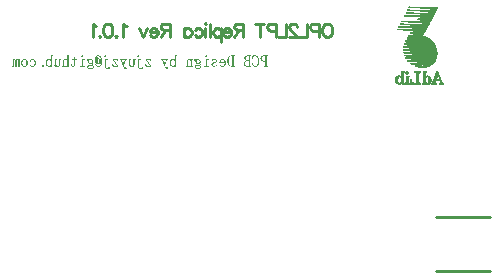
<source format=gbo>
G04 Layer_Color=32896*
%FSLAX25Y25*%
%MOIN*%
G70*
G01*
G75*
%ADD10C,0.01000*%
%ADD57C,0.00100*%
%ADD58C,0.00900*%
G36*
X122400Y254586D02*
X122481Y254575D01*
X122563Y254555D01*
X122639Y254535D01*
X122771Y254474D01*
X122832Y254443D01*
X122888Y254408D01*
X122939Y254372D01*
X122980Y254341D01*
X123021Y254311D01*
X123051Y254280D01*
X123077Y254260D01*
X123092Y254240D01*
X123102Y254229D01*
X123107Y254224D01*
X123163Y254153D01*
X123209Y254082D01*
X123255Y254006D01*
X123291Y253929D01*
X123321Y253853D01*
X123346Y253782D01*
X123382Y253634D01*
X123397Y253568D01*
X123408Y253512D01*
X123413Y253456D01*
X123418Y253410D01*
X123423Y253369D01*
Y253344D01*
Y253323D01*
Y253318D01*
X123418Y253206D01*
X123408Y253099D01*
X123392Y253003D01*
X123372Y252911D01*
X123346Y252825D01*
X123321Y252748D01*
X123291Y252677D01*
X123260Y252616D01*
X123234Y252560D01*
X123204Y252509D01*
X123179Y252468D01*
X123153Y252433D01*
X123133Y252407D01*
X123117Y252387D01*
X123107Y252377D01*
X123102Y252372D01*
X123041Y252316D01*
X122975Y252265D01*
X122909Y252219D01*
X122837Y252178D01*
X122766Y252148D01*
X122700Y252122D01*
X122568Y252081D01*
X122507Y252066D01*
X122451Y252056D01*
X122400Y252051D01*
X122359Y252046D01*
X122323Y252041D01*
X122273D01*
X122196Y252046D01*
X122130Y252051D01*
X122003Y252076D01*
X121891Y252112D01*
X121799Y252158D01*
X121728Y252199D01*
X121697Y252219D01*
X121672Y252234D01*
X121657Y252249D01*
X121641Y252260D01*
X121636Y252270D01*
X121631D01*
X121550Y252361D01*
X121484Y252453D01*
X121433Y252539D01*
X121392Y252621D01*
X121361Y252692D01*
X121341Y252748D01*
X121336Y252769D01*
X121331Y252784D01*
X121326Y252794D01*
Y252799D01*
X121524Y252865D01*
X121565Y252774D01*
X121611Y252692D01*
X121657Y252621D01*
X121702Y252565D01*
X121743Y252519D01*
X121774Y252484D01*
X121794Y252463D01*
X121804Y252458D01*
X121870Y252412D01*
X121942Y252377D01*
X122013Y252351D01*
X122084Y252336D01*
X122140Y252326D01*
X122191Y252316D01*
X122232D01*
X122293Y252321D01*
X122349Y252326D01*
X122456Y252351D01*
X122547Y252387D01*
X122624Y252428D01*
X122690Y252468D01*
X122736Y252504D01*
X122761Y252529D01*
X122766Y252539D01*
X122771D01*
X122807Y252585D01*
X122837Y252636D01*
X122888Y252748D01*
X122924Y252865D01*
X122950Y252988D01*
X122965Y253094D01*
X122970Y253140D01*
Y253181D01*
X122975Y253217D01*
Y253242D01*
Y253257D01*
Y253262D01*
X121265D01*
X121270Y253400D01*
X121280Y253522D01*
X121295Y253634D01*
X121316Y253741D01*
X121336Y253832D01*
X121367Y253919D01*
X121392Y253995D01*
X121423Y254062D01*
X121453Y254122D01*
X121478Y254168D01*
X121509Y254209D01*
X121529Y254245D01*
X121550Y254270D01*
X121565Y254285D01*
X121575Y254296D01*
X121580Y254301D01*
X121641Y254352D01*
X121702Y254397D01*
X121764Y254433D01*
X121825Y254469D01*
X121886Y254499D01*
X121947Y254520D01*
X122064Y254555D01*
X122115Y254565D01*
X122160Y254575D01*
X122206Y254581D01*
X122242Y254586D01*
X122273Y254591D01*
X122313D01*
X122400Y254586D01*
D02*
G37*
G36*
X132412Y255812D02*
X132442Y255787D01*
X132468Y255772D01*
X132488Y255762D01*
X132503Y255751D01*
X132514Y255746D01*
X132524Y255741D01*
X132554Y255731D01*
X132590Y255726D01*
X132631D01*
X132666Y255731D01*
X132707Y255736D01*
X132783Y255756D01*
X132814Y255767D01*
X132839Y255772D01*
X132860Y255782D01*
X132865D01*
X132982Y255812D01*
X133038Y255823D01*
X133084Y255828D01*
X133124Y255833D01*
X133180D01*
X133302Y255828D01*
X133414Y255807D01*
X133521Y255782D01*
X133623Y255746D01*
X133715Y255705D01*
X133801Y255660D01*
X133878Y255614D01*
X133949Y255563D01*
X134015Y255512D01*
X134066Y255461D01*
X134117Y255415D01*
X134153Y255375D01*
X134183Y255339D01*
X134204Y255314D01*
X134219Y255293D01*
X134224Y255288D01*
X134290Y255181D01*
X134351Y255074D01*
X134402Y254962D01*
X134443Y254845D01*
X134483Y254728D01*
X134514Y254616D01*
X134539Y254509D01*
X134560Y254402D01*
X134575Y254301D01*
X134585Y254214D01*
X134595Y254133D01*
X134600Y254062D01*
Y254006D01*
X134606Y253960D01*
Y253934D01*
Y253924D01*
X134600Y253751D01*
X134590Y253583D01*
X134570Y253435D01*
X134550Y253293D01*
X134524Y253166D01*
X134494Y253048D01*
X134458Y252942D01*
X134422Y252850D01*
X134392Y252769D01*
X134356Y252697D01*
X134326Y252636D01*
X134300Y252585D01*
X134280Y252550D01*
X134259Y252519D01*
X134249Y252504D01*
X134244Y252499D01*
X134173Y252417D01*
X134097Y252346D01*
X134020Y252285D01*
X133939Y252234D01*
X133857Y252188D01*
X133776Y252153D01*
X133695Y252122D01*
X133618Y252097D01*
X133547Y252081D01*
X133481Y252066D01*
X133420Y252056D01*
X133369Y252046D01*
X133328D01*
X133292Y252041D01*
X133267D01*
X133191Y252046D01*
X133119Y252056D01*
X133053Y252066D01*
X132987Y252086D01*
X132865Y252132D01*
X132763Y252188D01*
X132717Y252214D01*
X132682Y252244D01*
X132646Y252270D01*
X132615Y252290D01*
X132595Y252310D01*
X132580Y252326D01*
X132570Y252331D01*
X132564Y252336D01*
X132463Y252453D01*
X132371Y252585D01*
X132300Y252718D01*
X132244Y252845D01*
X132223Y252901D01*
X132203Y252957D01*
X132188Y253008D01*
X132173Y253048D01*
X132162Y253084D01*
X132157Y253110D01*
X132152Y253125D01*
Y253130D01*
X132376Y253222D01*
X132417Y253069D01*
X132468Y252937D01*
X132524Y252825D01*
X132575Y252728D01*
X132600Y252687D01*
X132626Y252657D01*
X132646Y252626D01*
X132666Y252601D01*
X132682Y252585D01*
X132692Y252570D01*
X132697Y252565D01*
X132702Y252560D01*
X132748Y252519D01*
X132789Y252489D01*
X132885Y252433D01*
X132972Y252392D01*
X133058Y252366D01*
X133130Y252346D01*
X133191Y252341D01*
X133211Y252336D01*
X133241D01*
X133323Y252341D01*
X133399Y252356D01*
X133470Y252377D01*
X133537Y252402D01*
X133593Y252433D01*
X133649Y252468D01*
X133695Y252504D01*
X133735Y252545D01*
X133776Y252585D01*
X133807Y252621D01*
X133832Y252657D01*
X133852Y252687D01*
X133873Y252713D01*
X133883Y252738D01*
X133893Y252748D01*
Y252753D01*
X133929Y252835D01*
X133959Y252926D01*
X134010Y253120D01*
X134041Y253318D01*
X134066Y253507D01*
X134076Y253598D01*
X134081Y253680D01*
X134086Y253751D01*
Y253817D01*
X134091Y253873D01*
Y253909D01*
Y253934D01*
Y253944D01*
X134086Y254077D01*
X134081Y254199D01*
X134071Y254316D01*
X134056Y254428D01*
X134041Y254530D01*
X134020Y254626D01*
X134000Y254713D01*
X133974Y254794D01*
X133954Y254866D01*
X133934Y254932D01*
X133913Y254988D01*
X133898Y255034D01*
X133883Y255069D01*
X133873Y255095D01*
X133862Y255110D01*
Y255115D01*
X133817Y255196D01*
X133766Y255268D01*
X133715Y255329D01*
X133664Y255385D01*
X133608Y255426D01*
X133557Y255466D01*
X133506Y255497D01*
X133455Y255522D01*
X133404Y255538D01*
X133364Y255553D01*
X133323Y255563D01*
X133287Y255573D01*
X133262D01*
X133236Y255578D01*
X133221D01*
X133109Y255568D01*
X133012Y255548D01*
X132926Y255517D01*
X132850Y255482D01*
X132794Y255441D01*
X132748Y255410D01*
X132722Y255390D01*
X132712Y255380D01*
X132676Y255339D01*
X132641Y255298D01*
X132575Y255202D01*
X132519Y255095D01*
X132468Y254993D01*
X132432Y254901D01*
X132412Y254861D01*
X132402Y254830D01*
X132391Y254800D01*
X132381Y254779D01*
X132376Y254764D01*
Y254759D01*
X132152Y254815D01*
X132371Y255838D01*
X132412Y255812D01*
D02*
G37*
G36*
X59014Y254586D02*
X59106Y254575D01*
X59192Y254555D01*
X59274Y254535D01*
X59350Y254504D01*
X59421Y254474D01*
X59487Y254443D01*
X59543Y254408D01*
X59599Y254372D01*
X59645Y254341D01*
X59686Y254311D01*
X59716Y254280D01*
X59742Y254260D01*
X59762Y254240D01*
X59772Y254229D01*
X59777Y254224D01*
X59834Y254153D01*
X59884Y254082D01*
X59930Y254006D01*
X59971Y253929D01*
X60001Y253853D01*
X60027Y253782D01*
X60068Y253634D01*
X60083Y253568D01*
X60093Y253512D01*
X60098Y253456D01*
X60103Y253410D01*
X60108Y253369D01*
Y253344D01*
Y253323D01*
Y253318D01*
X60103Y253206D01*
X60093Y253099D01*
X60078Y253003D01*
X60057Y252911D01*
X60037Y252825D01*
X60012Y252748D01*
X59981Y252677D01*
X59951Y252616D01*
X59925Y252560D01*
X59895Y252509D01*
X59869Y252468D01*
X59844Y252433D01*
X59828Y252407D01*
X59813Y252387D01*
X59803Y252377D01*
X59798Y252372D01*
X59737Y252316D01*
X59671Y252265D01*
X59604Y252219D01*
X59533Y252178D01*
X59467Y252148D01*
X59396Y252122D01*
X59263Y252081D01*
X59197Y252066D01*
X59141Y252056D01*
X59090Y252051D01*
X59044Y252046D01*
X59009Y252041D01*
X58958D01*
X58882Y252046D01*
X58810Y252051D01*
X58673Y252076D01*
X58561Y252112D01*
X58464Y252158D01*
X58424Y252178D01*
X58393Y252199D01*
X58363Y252219D01*
X58337Y252234D01*
X58317Y252249D01*
X58301Y252260D01*
X58296Y252270D01*
X58291D01*
X58205Y252361D01*
X58133Y252463D01*
X58072Y252565D01*
X58026Y252662D01*
X57991Y252748D01*
X57981Y252784D01*
X57971Y252819D01*
X57960Y252845D01*
X57955Y252865D01*
X57950Y252875D01*
Y252881D01*
X58149Y252952D01*
X58189Y252850D01*
X58235Y252758D01*
X58286Y252682D01*
X58332Y252616D01*
X58373Y252560D01*
X58408Y252519D01*
X58429Y252499D01*
X58439Y252489D01*
X58510Y252433D01*
X58586Y252387D01*
X58663Y252356D01*
X58734Y252336D01*
X58800Y252326D01*
X58851Y252321D01*
X58872Y252316D01*
X58897D01*
X58973Y252321D01*
X59039Y252326D01*
X59106Y252341D01*
X59162Y252356D01*
X59218Y252377D01*
X59263Y252397D01*
X59345Y252448D01*
X59411Y252499D01*
X59452Y252539D01*
X59477Y252570D01*
X59487Y252575D01*
Y252580D01*
X59543Y252687D01*
X59589Y252804D01*
X59620Y252921D01*
X59640Y253038D01*
X59650Y253135D01*
X59655Y253181D01*
Y253217D01*
X59660Y253252D01*
Y253273D01*
Y253288D01*
Y253293D01*
X59650Y253466D01*
X59640Y253547D01*
X59630Y253619D01*
X59615Y253690D01*
X59594Y253751D01*
X59579Y253812D01*
X59559Y253863D01*
X59538Y253909D01*
X59523Y253949D01*
X59503Y253985D01*
X59487Y254016D01*
X59477Y254036D01*
X59467Y254051D01*
X59457Y254062D01*
Y254066D01*
X59416Y254117D01*
X59375Y254163D01*
X59335Y254199D01*
X59289Y254235D01*
X59248Y254265D01*
X59207Y254285D01*
X59131Y254321D01*
X59060Y254341D01*
X59009Y254352D01*
X58983Y254357D01*
X58958D01*
X58882Y254352D01*
X58815Y254341D01*
X58759Y254326D01*
X58714Y254311D01*
X58683Y254291D01*
X58658Y254275D01*
X58648Y254265D01*
X58642Y254260D01*
X58612Y254224D01*
X58592Y254194D01*
X58581Y254168D01*
X58571Y254143D01*
Y254128D01*
Y254112D01*
Y254107D01*
Y254102D01*
X58581Y254066D01*
X58586Y254046D01*
X58592Y254036D01*
Y254031D01*
X58597Y254021D01*
X58602Y254006D01*
X58607Y253975D01*
X58612Y253944D01*
Y253934D01*
Y253929D01*
X58607Y253888D01*
X58602Y253853D01*
X58592Y253822D01*
X58576Y253797D01*
X58566Y253776D01*
X58556Y253761D01*
X58551Y253756D01*
X58546Y253751D01*
X58515Y253731D01*
X58490Y253715D01*
X58429Y253695D01*
X58403Y253690D01*
X58383Y253685D01*
X58368D01*
X58322Y253690D01*
X58281Y253695D01*
X58250Y253705D01*
X58220Y253720D01*
X58200Y253731D01*
X58184Y253741D01*
X58174Y253746D01*
X58169Y253751D01*
X58144Y253782D01*
X58128Y253817D01*
X58108Y253888D01*
X58103Y253919D01*
X58098Y253944D01*
Y253965D01*
Y253970D01*
Y254011D01*
X58108Y254046D01*
X58133Y254122D01*
X58169Y254194D01*
X58205Y254255D01*
X58245Y254306D01*
X58281Y254346D01*
X58306Y254372D01*
X58312Y254382D01*
X58317D01*
X58403Y254453D01*
X58505Y254504D01*
X58602Y254540D01*
X58698Y254565D01*
X58785Y254581D01*
X58821Y254586D01*
X58856D01*
X58882Y254591D01*
X58917D01*
X59014Y254586D01*
D02*
G37*
G36*
X81008Y255828D02*
X81105Y255812D01*
X81201Y255787D01*
X81288Y255751D01*
X81369Y255711D01*
X81451Y255665D01*
X81522Y255619D01*
X81588Y255573D01*
X81649Y255522D01*
X81700Y255476D01*
X81746Y255431D01*
X81782Y255390D01*
X81812Y255359D01*
X81832Y255329D01*
X81848Y255314D01*
X81853Y255309D01*
X81924Y255207D01*
X81980Y255100D01*
X82036Y254983D01*
X82077Y254866D01*
X82117Y254749D01*
X82148Y254631D01*
X82174Y254520D01*
X82194Y254408D01*
X82214Y254306D01*
X82224Y254209D01*
X82235Y254122D01*
X82240Y254051D01*
Y253990D01*
X82245Y253944D01*
Y253914D01*
Y253909D01*
Y253904D01*
X82240Y253756D01*
X82230Y253619D01*
X82214Y253486D01*
X82189Y253359D01*
X82163Y253242D01*
X82133Y253135D01*
X82102Y253033D01*
X82072Y252942D01*
X82041Y252860D01*
X82006Y252784D01*
X81980Y252723D01*
X81955Y252672D01*
X81929Y252631D01*
X81914Y252601D01*
X81904Y252580D01*
X81899Y252575D01*
X81832Y252484D01*
X81756Y252397D01*
X81680Y252326D01*
X81603Y252265D01*
X81527Y252214D01*
X81451Y252173D01*
X81374Y252137D01*
X81303Y252107D01*
X81232Y252086D01*
X81171Y252071D01*
X81115Y252056D01*
X81064Y252051D01*
X81023Y252046D01*
X80993Y252041D01*
X80967D01*
X80830Y252051D01*
X80703Y252071D01*
X80590Y252102D01*
X80494Y252143D01*
X80417Y252178D01*
X80382Y252193D01*
X80356Y252209D01*
X80336Y252219D01*
X80321Y252229D01*
X80311Y252239D01*
X80305D01*
X80250Y252280D01*
X80199Y252326D01*
X80102Y252433D01*
X80015Y252545D01*
X79939Y252657D01*
X79878Y252764D01*
X79852Y252809D01*
X79832Y252845D01*
X79812Y252881D01*
X79802Y252906D01*
X79791Y252921D01*
Y252926D01*
X80031Y252998D01*
X80102Y252870D01*
X80173Y252764D01*
X80239Y252672D01*
X80305Y252601D01*
X80361Y252545D01*
X80402Y252504D01*
X80433Y252484D01*
X80438Y252473D01*
X80443D01*
X80529Y252422D01*
X80621Y252382D01*
X80708Y252356D01*
X80789Y252336D01*
X80860Y252326D01*
X80916Y252321D01*
X80937Y252316D01*
X80967D01*
X81038Y252321D01*
X81105Y252331D01*
X81171Y252351D01*
X81232Y252377D01*
X81339Y252438D01*
X81430Y252509D01*
X81502Y252580D01*
X81532Y252611D01*
X81552Y252641D01*
X81573Y252667D01*
X81588Y252687D01*
X81593Y252697D01*
X81598Y252702D01*
X81639Y252779D01*
X81675Y252865D01*
X81710Y252957D01*
X81736Y253054D01*
X81776Y253257D01*
X81807Y253451D01*
X81817Y253542D01*
X81822Y253629D01*
X81832Y253705D01*
Y253771D01*
X81838Y253827D01*
Y253868D01*
Y253893D01*
Y253904D01*
X81832Y254072D01*
X81827Y254229D01*
X81812Y254372D01*
X81792Y254499D01*
X81771Y254616D01*
X81746Y254723D01*
X81721Y254820D01*
X81690Y254906D01*
X81665Y254978D01*
X81639Y255039D01*
X81614Y255095D01*
X81593Y255135D01*
X81573Y255166D01*
X81558Y255191D01*
X81552Y255202D01*
X81547Y255207D01*
X81491Y255273D01*
X81436Y255329D01*
X81379Y255380D01*
X81323Y255420D01*
X81267Y255456D01*
X81217Y255487D01*
X81166Y255512D01*
X81120Y255533D01*
X81033Y255558D01*
X80998Y255568D01*
X80967Y255573D01*
X80942Y255578D01*
X80906D01*
X80850Y255573D01*
X80799Y255568D01*
X80692Y255538D01*
X80596Y255497D01*
X80514Y255451D01*
X80443Y255400D01*
X80387Y255359D01*
X80366Y255344D01*
X80351Y255329D01*
X80346Y255324D01*
X80341Y255319D01*
X80295Y255263D01*
X80250Y255196D01*
X80242Y255181D01*
X80570Y255062D01*
X80575Y255069D01*
X80596Y255095D01*
X80601Y255105D01*
X80606D01*
X80631Y255125D01*
X80662Y255135D01*
X80718Y255156D01*
X80743D01*
X80759Y255161D01*
X80779D01*
X80845Y255156D01*
X80906Y255135D01*
X80967Y255110D01*
X81023Y255074D01*
X81079Y255034D01*
X81130Y254988D01*
X81217Y254891D01*
X81293Y254794D01*
X81323Y254749D01*
X81349Y254708D01*
X81369Y254672D01*
X81385Y254647D01*
X81390Y254626D01*
X81395Y254621D01*
X81441Y254525D01*
X81481Y254423D01*
X81517Y254331D01*
X81542Y254240D01*
X81593Y254066D01*
X81608Y253990D01*
X81624Y253919D01*
X81634Y253853D01*
X81639Y253792D01*
X81644Y253741D01*
X81649Y253695D01*
X81654Y253659D01*
Y253634D01*
Y253619D01*
Y253613D01*
X81649Y253486D01*
X81634Y253379D01*
X81614Y253283D01*
X81588Y253206D01*
X81568Y253145D01*
X81547Y253104D01*
X81532Y253079D01*
X81527Y253069D01*
X81476Y253008D01*
X81430Y252962D01*
X81379Y252931D01*
X81339Y252911D01*
X81298Y252896D01*
X81267Y252891D01*
X81247Y252886D01*
X81242D01*
X81181Y252891D01*
X81125Y252901D01*
X81074Y252916D01*
X81033Y252931D01*
X80998Y252947D01*
X80967Y252962D01*
X80952Y252972D01*
X80947Y252977D01*
X80901Y253013D01*
X80870Y253059D01*
X80845Y253099D01*
X80830Y253145D01*
X80820Y253181D01*
X80814Y253211D01*
X80809Y253237D01*
Y253242D01*
X80804Y253186D01*
X80794Y253135D01*
X80784Y253089D01*
X80764Y253054D01*
X80748Y253023D01*
X80738Y253003D01*
X80728Y252988D01*
X80723Y252982D01*
X80687Y252952D01*
X80652Y252926D01*
X80616Y252911D01*
X80580Y252896D01*
X80550Y252891D01*
X80524Y252886D01*
X80504D01*
X80453Y252891D01*
X80402Y252901D01*
X80351Y252921D01*
X80305Y252942D01*
X80219Y253003D01*
X80143Y253069D01*
X80081Y253135D01*
X80036Y253196D01*
X80015Y253217D01*
X80005Y253237D01*
X79995Y253247D01*
Y253252D01*
X79954Y253323D01*
X79919Y253400D01*
X79868Y253568D01*
X79827Y253736D01*
X79796Y253899D01*
X79791Y253970D01*
X79781Y254041D01*
X79776Y254102D01*
Y254158D01*
X79771Y254204D01*
Y254235D01*
Y254260D01*
Y254265D01*
X79776Y254413D01*
X79786Y254550D01*
X79802Y254677D01*
X79822Y254794D01*
X79847Y254901D01*
X79878Y254998D01*
X79909Y255090D01*
X79939Y255166D01*
X79970Y255237D01*
X80000Y255293D01*
X80031Y255344D01*
X80056Y255385D01*
X80076Y255415D01*
X80092Y255441D01*
X80102Y255451D01*
X80107Y255456D01*
X80168Y255522D01*
X80234Y255578D01*
X80305Y255629D01*
X80372Y255675D01*
X80438Y255711D01*
X80504Y255741D01*
X80570Y255767D01*
X80631Y255787D01*
X80687Y255802D01*
X80738Y255812D01*
X80789Y255823D01*
X80830Y255828D01*
X80860Y255833D01*
X80906D01*
X81008Y255828D01*
D02*
G37*
G36*
X73078Y255156D02*
X73098Y255044D01*
X73124Y254947D01*
X73154Y254871D01*
X73185Y254805D01*
X73215Y254754D01*
X73241Y254718D01*
X73261Y254698D01*
X73266Y254693D01*
X73322Y254647D01*
X73383Y254611D01*
X73444Y254586D01*
X73505Y254570D01*
X73556Y254560D01*
X73597Y254550D01*
X73861D01*
Y254316D01*
X73225D01*
Y252896D01*
X73220Y252748D01*
X73200Y252621D01*
X73174Y252509D01*
X73139Y252422D01*
X73108Y252351D01*
X73083Y252305D01*
X73062Y252275D01*
X73057Y252265D01*
X72986Y252199D01*
X72905Y252148D01*
X72818Y252112D01*
X72732Y252086D01*
X72655Y252071D01*
X72594Y252066D01*
X72569Y252061D01*
X72538D01*
X72426Y252071D01*
X72324Y252092D01*
X72238Y252127D01*
X72167Y252163D01*
X72105Y252199D01*
X72065Y252234D01*
X72039Y252255D01*
X72029Y252265D01*
X71963Y252346D01*
X71907Y252438D01*
X71866Y252529D01*
X71831Y252621D01*
X71810Y252697D01*
X71800Y252733D01*
X71795Y252764D01*
X71790Y252784D01*
X71785Y252804D01*
Y252814D01*
Y252819D01*
X71993Y252886D01*
X72014Y252789D01*
X72039Y252702D01*
X72065Y252631D01*
X72095Y252575D01*
X72116Y252535D01*
X72136Y252504D01*
X72151Y252484D01*
X72156Y252479D01*
X72202Y252438D01*
X72248Y252407D01*
X72299Y252387D01*
X72350Y252372D01*
X72391Y252361D01*
X72426Y252356D01*
X72457D01*
X72523Y252361D01*
X72579Y252372D01*
X72625Y252382D01*
X72660Y252402D01*
X72691Y252417D01*
X72716Y252428D01*
X72727Y252438D01*
X72732Y252443D01*
X72762Y252484D01*
X72782Y252539D01*
X72798Y252601D01*
X72808Y252662D01*
X72813Y252718D01*
X72818Y252764D01*
Y252784D01*
Y252799D01*
Y252804D01*
Y252809D01*
Y254316D01*
X71973D01*
Y254550D01*
X72818D01*
Y255370D01*
X73052D01*
X73078Y255156D01*
D02*
G37*
G36*
X90480Y254316D02*
X90343D01*
X90297Y254311D01*
X90256Y254296D01*
X90231Y254275D01*
X90221Y254270D01*
X90185Y254240D01*
X90160Y254204D01*
X90149Y254179D01*
X90144Y254173D01*
Y254168D01*
X89432Y252326D01*
X89462Y252214D01*
X89483Y252163D01*
X89498Y252117D01*
X89513Y252076D01*
X89524Y252046D01*
X89529Y252026D01*
X89534Y252020D01*
X89554Y251964D01*
X89579Y251919D01*
X89600Y251873D01*
X89615Y251837D01*
X89635Y251807D01*
X89646Y251786D01*
X89651Y251771D01*
X89656Y251766D01*
X89671Y251735D01*
X89686Y251720D01*
X89697Y251710D01*
X89702Y251705D01*
X89722Y251695D01*
X89747Y251690D01*
X89773D01*
X89798Y251700D01*
X89824Y251715D01*
X89849Y251730D01*
X89854Y251740D01*
X89859D01*
X89895Y251771D01*
X89936Y251796D01*
X89971Y251812D01*
X90002Y251827D01*
X90027Y251832D01*
X90048Y251837D01*
X90068D01*
X90114Y251832D01*
X90155Y251827D01*
X90190Y251812D01*
X90216Y251801D01*
X90236Y251786D01*
X90256Y251771D01*
X90262Y251766D01*
X90267Y251761D01*
X90287Y251730D01*
X90302Y251700D01*
X90323Y251649D01*
X90328Y251628D01*
X90333Y251613D01*
Y251603D01*
Y251598D01*
X90328Y251552D01*
X90317Y251506D01*
X90302Y251476D01*
X90282Y251445D01*
X90262Y251425D01*
X90246Y251405D01*
X90236Y251399D01*
X90231Y251394D01*
X90190Y251374D01*
X90144Y251359D01*
X90058Y251338D01*
X90017Y251333D01*
X89987Y251328D01*
X89961D01*
X89864Y251338D01*
X89778Y251359D01*
X89702Y251389D01*
X89635Y251425D01*
X89584Y251461D01*
X89549Y251491D01*
X89524Y251511D01*
X89518Y251521D01*
X89457Y251598D01*
X89401Y251684D01*
X89355Y251771D01*
X89315Y251852D01*
X89279Y251924D01*
X89259Y251985D01*
X89249Y252005D01*
X89244Y252020D01*
X89238Y252030D01*
Y252036D01*
X88521Y254117D01*
X88490Y254179D01*
X88455Y254224D01*
X88424Y254250D01*
X88419Y254260D01*
X88414D01*
X88388Y254280D01*
X88363Y254291D01*
X88317Y254311D01*
X88287Y254316D01*
X88093D01*
Y254550D01*
X89091D01*
Y254316D01*
X88908D01*
X88872Y254311D01*
X88841Y254296D01*
X88821Y254275D01*
X88816Y254270D01*
X88806Y254255D01*
X88801Y254235D01*
Y254199D01*
X88811Y254168D01*
X88816Y254163D01*
Y254158D01*
X89249Y252838D01*
X89722Y254173D01*
X89727Y254224D01*
X89722Y254255D01*
X89717Y254275D01*
X89712Y254280D01*
X89686Y254301D01*
X89661Y254311D01*
X89635Y254316D01*
X89488D01*
Y254550D01*
X90480D01*
Y254316D01*
D02*
G37*
G36*
X104249D02*
X104111D01*
X104066Y254311D01*
X104025Y254296D01*
X103999Y254275D01*
X103989Y254270D01*
X103954Y254240D01*
X103928Y254204D01*
X103918Y254179D01*
X103913Y254173D01*
Y254168D01*
X103200Y252326D01*
X103231Y252214D01*
X103251Y252163D01*
X103267Y252117D01*
X103282Y252076D01*
X103292Y252046D01*
X103297Y252026D01*
X103302Y252020D01*
X103323Y251964D01*
X103348Y251919D01*
X103368Y251873D01*
X103384Y251837D01*
X103404Y251807D01*
X103414Y251786D01*
X103419Y251771D01*
X103424Y251766D01*
X103439Y251735D01*
X103455Y251720D01*
X103465Y251710D01*
X103470Y251705D01*
X103490Y251695D01*
X103516Y251690D01*
X103541D01*
X103567Y251700D01*
X103592Y251715D01*
X103618Y251730D01*
X103623Y251740D01*
X103628D01*
X103664Y251771D01*
X103704Y251796D01*
X103740Y251812D01*
X103770Y251827D01*
X103796Y251832D01*
X103816Y251837D01*
X103837D01*
X103882Y251832D01*
X103923Y251827D01*
X103959Y251812D01*
X103984Y251801D01*
X104005Y251786D01*
X104025Y251771D01*
X104030Y251766D01*
X104035Y251761D01*
X104055Y251730D01*
X104071Y251700D01*
X104091Y251649D01*
X104096Y251628D01*
X104101Y251613D01*
Y251603D01*
Y251598D01*
X104096Y251552D01*
X104086Y251506D01*
X104071Y251476D01*
X104050Y251445D01*
X104030Y251425D01*
X104015Y251405D01*
X104005Y251399D01*
X103999Y251394D01*
X103959Y251374D01*
X103913Y251359D01*
X103826Y251338D01*
X103786Y251333D01*
X103755Y251328D01*
X103730D01*
X103633Y251338D01*
X103546Y251359D01*
X103470Y251389D01*
X103404Y251425D01*
X103353Y251461D01*
X103317Y251491D01*
X103292Y251511D01*
X103287Y251521D01*
X103226Y251598D01*
X103170Y251684D01*
X103124Y251771D01*
X103083Y251852D01*
X103048Y251924D01*
X103027Y251985D01*
X103017Y252005D01*
X103012Y252020D01*
X103007Y252030D01*
Y252036D01*
X102289Y254117D01*
X102259Y254179D01*
X102223Y254224D01*
X102192Y254250D01*
X102187Y254260D01*
X102182D01*
X102157Y254280D01*
X102131Y254291D01*
X102086Y254311D01*
X102055Y254316D01*
X101862D01*
Y254550D01*
X102859D01*
Y254316D01*
X102676D01*
X102640Y254311D01*
X102610Y254296D01*
X102589Y254275D01*
X102584Y254270D01*
X102574Y254255D01*
X102569Y254235D01*
Y254199D01*
X102579Y254168D01*
X102584Y254163D01*
Y254158D01*
X103018Y252838D01*
X103490Y254173D01*
X103496Y254224D01*
X103490Y254255D01*
X103485Y254275D01*
X103480Y254280D01*
X103455Y254301D01*
X103429Y254311D01*
X103404Y254316D01*
X103256D01*
Y254550D01*
X104249D01*
Y254316D01*
D02*
G37*
G36*
X67998Y254647D02*
X68039Y254621D01*
X68074Y254601D01*
X68105Y254586D01*
X68130Y254575D01*
X68151Y254570D01*
X68161Y254565D01*
X68166D01*
X68237Y254555D01*
X68308Y254550D01*
X68563D01*
Y254316D01*
X68349D01*
X68329Y254311D01*
X68293Y254301D01*
X68278Y254285D01*
X68273Y254280D01*
X68252Y254250D01*
X68247Y254214D01*
X68242Y254189D01*
Y254184D01*
Y254179D01*
Y252916D01*
Y252835D01*
X68232Y252764D01*
X68227Y252692D01*
X68212Y252626D01*
X68201Y252570D01*
X68186Y252514D01*
X68166Y252468D01*
X68151Y252422D01*
X68135Y252387D01*
X68115Y252356D01*
X68100Y252326D01*
X68089Y252305D01*
X68069Y252275D01*
X68059Y252265D01*
X67983Y252199D01*
X67896Y252148D01*
X67804Y252112D01*
X67718Y252086D01*
X67637Y252071D01*
X67606Y252066D01*
X67575D01*
X67550Y252061D01*
X67514D01*
X67407Y252066D01*
X67311Y252081D01*
X67224Y252102D01*
X67148Y252122D01*
X67087Y252143D01*
X67041Y252163D01*
X67010Y252178D01*
X67000Y252183D01*
X66924Y252234D01*
X66868Y252285D01*
X66827Y252341D01*
X66797Y252397D01*
X66781Y252443D01*
X66771Y252484D01*
X66766Y252509D01*
Y252081D01*
X66654D01*
X66562Y252122D01*
X66522Y252143D01*
X66491Y252153D01*
X66461Y252163D01*
X66440Y252173D01*
X66430Y252178D01*
X66425D01*
X66349Y252199D01*
X66288Y252204D01*
X66262Y252209D01*
X66043D01*
Y252443D01*
X66227D01*
X66272Y252448D01*
X66303Y252458D01*
X66323Y252463D01*
X66328Y252468D01*
X66344Y252494D01*
X66354Y252524D01*
X66359Y252550D01*
Y252555D01*
Y252560D01*
Y254677D01*
X66481D01*
X66522Y254647D01*
X66562Y254621D01*
X66598Y254601D01*
X66629Y254586D01*
X66654Y254575D01*
X66675Y254570D01*
X66685Y254565D01*
X66690D01*
X66761Y254555D01*
X66832Y254550D01*
X67087D01*
Y254316D01*
X66904D01*
X66853Y254311D01*
X66822Y254301D01*
X66802Y254285D01*
X66797Y254280D01*
X66776Y254250D01*
X66771Y254214D01*
X66766Y254189D01*
Y254184D01*
Y254179D01*
Y252860D01*
X66802Y252774D01*
X66837Y252697D01*
X66878Y252631D01*
X66919Y252580D01*
X66954Y252539D01*
X66985Y252509D01*
X67005Y252494D01*
X67010Y252489D01*
X67077Y252453D01*
X67143Y252422D01*
X67209Y252402D01*
X67270Y252392D01*
X67326Y252382D01*
X67367Y252377D01*
X67407D01*
X67479Y252382D01*
X67545Y252392D01*
X67601Y252412D01*
X67647Y252433D01*
X67682Y252448D01*
X67708Y252468D01*
X67723Y252479D01*
X67728Y252484D01*
X67764Y252535D01*
X67789Y252590D01*
X67809Y252657D01*
X67820Y252718D01*
X67830Y252779D01*
X67835Y252825D01*
Y252845D01*
Y252860D01*
Y252865D01*
Y252870D01*
Y254677D01*
X67957D01*
X67998Y254647D01*
D02*
G37*
G36*
X92781D02*
X92822Y254621D01*
X92857Y254601D01*
X92888Y254586D01*
X92913Y254575D01*
X92934Y254570D01*
X92944Y254565D01*
X92949D01*
X93020Y254555D01*
X93091Y254550D01*
X93346D01*
Y254316D01*
X93132D01*
X93112Y254311D01*
X93076Y254301D01*
X93061Y254285D01*
X93056Y254280D01*
X93036Y254250D01*
X93031Y254214D01*
X93025Y254189D01*
Y254184D01*
Y254179D01*
Y252916D01*
Y252835D01*
X93015Y252764D01*
X93010Y252692D01*
X92995Y252626D01*
X92985Y252570D01*
X92969Y252514D01*
X92949Y252468D01*
X92934Y252422D01*
X92918Y252387D01*
X92898Y252356D01*
X92883Y252326D01*
X92873Y252305D01*
X92852Y252275D01*
X92842Y252265D01*
X92766Y252199D01*
X92679Y252148D01*
X92588Y252112D01*
X92501Y252086D01*
X92420Y252071D01*
X92389Y252066D01*
X92359D01*
X92333Y252061D01*
X92298D01*
X92191Y252066D01*
X92094Y252081D01*
X92007Y252102D01*
X91931Y252122D01*
X91870Y252143D01*
X91824Y252163D01*
X91794Y252178D01*
X91783Y252183D01*
X91707Y252234D01*
X91651Y252285D01*
X91610Y252341D01*
X91580Y252397D01*
X91565Y252443D01*
X91554Y252484D01*
X91549Y252509D01*
Y252081D01*
X91437D01*
X91346Y252122D01*
X91305Y252143D01*
X91274Y252153D01*
X91244Y252163D01*
X91224Y252173D01*
X91213Y252178D01*
X91208D01*
X91132Y252199D01*
X91071Y252204D01*
X91045Y252209D01*
X90826D01*
Y252443D01*
X91010D01*
X91056Y252448D01*
X91086Y252458D01*
X91106Y252463D01*
X91111Y252468D01*
X91127Y252494D01*
X91137Y252524D01*
X91142Y252550D01*
Y252555D01*
Y252560D01*
Y254677D01*
X91264D01*
X91305Y254647D01*
X91346Y254621D01*
X91381Y254601D01*
X91412Y254586D01*
X91437Y254575D01*
X91458Y254570D01*
X91468Y254565D01*
X91473D01*
X91544Y254555D01*
X91615Y254550D01*
X91870D01*
Y254316D01*
X91687D01*
X91636Y254311D01*
X91605Y254301D01*
X91585Y254285D01*
X91580Y254280D01*
X91559Y254250D01*
X91554Y254214D01*
X91549Y254189D01*
Y254184D01*
Y254179D01*
Y252860D01*
X91585Y252774D01*
X91620Y252697D01*
X91661Y252631D01*
X91702Y252580D01*
X91738Y252539D01*
X91768Y252509D01*
X91789Y252494D01*
X91794Y252489D01*
X91860Y252453D01*
X91926Y252422D01*
X91992Y252402D01*
X92053Y252392D01*
X92109Y252382D01*
X92150Y252377D01*
X92191D01*
X92262Y252382D01*
X92328Y252392D01*
X92384Y252412D01*
X92430Y252433D01*
X92466Y252448D01*
X92491Y252468D01*
X92506Y252479D01*
X92511Y252484D01*
X92547Y252535D01*
X92572Y252590D01*
X92593Y252657D01*
X92603Y252718D01*
X92613Y252779D01*
X92618Y252825D01*
Y252845D01*
Y252860D01*
Y252865D01*
Y252870D01*
Y254677D01*
X92740D01*
X92781Y254647D01*
D02*
G37*
G36*
X137385Y255558D02*
X137171D01*
X137151Y255553D01*
X137115Y255543D01*
X137100Y255533D01*
X137095Y255527D01*
X137074Y255502D01*
X137069Y255476D01*
X137064Y255451D01*
Y255446D01*
Y255441D01*
Y252438D01*
X137069Y252397D01*
X137079Y252366D01*
X137090Y252351D01*
X137095Y252346D01*
X137105Y252336D01*
X137120Y252331D01*
X137156Y252326D01*
X137186Y252321D01*
X137405D01*
Y252086D01*
X136280D01*
Y252321D01*
X136484D01*
X136530Y252326D01*
X136560Y252336D01*
X136581Y252341D01*
X136586Y252346D01*
X136601Y252372D01*
X136611Y252402D01*
X136616Y252428D01*
Y252433D01*
Y252438D01*
Y253771D01*
X136021D01*
X135939Y253776D01*
X135863Y253782D01*
X135715Y253812D01*
X135583Y253853D01*
X135522Y253878D01*
X135471Y253904D01*
X135420Y253929D01*
X135379Y253955D01*
X135339Y253975D01*
X135308Y253995D01*
X135283Y254011D01*
X135267Y254026D01*
X135257Y254031D01*
X135252Y254036D01*
X135196Y254087D01*
X135145Y254148D01*
X135099Y254204D01*
X135064Y254270D01*
X135033Y254336D01*
X135008Y254397D01*
X134967Y254525D01*
X134952Y254586D01*
X134941Y254637D01*
X134936Y254688D01*
X134931Y254728D01*
X134926Y254764D01*
Y254794D01*
Y254810D01*
Y254815D01*
X134931Y254891D01*
X134941Y254962D01*
X134957Y255034D01*
X134972Y255100D01*
X135023Y255217D01*
X135079Y255319D01*
X135109Y255364D01*
X135135Y255400D01*
X135160Y255436D01*
X135186Y255461D01*
X135201Y255482D01*
X135216Y255502D01*
X135227Y255507D01*
X135232Y255512D01*
X135293Y255563D01*
X135354Y255604D01*
X135420Y255644D01*
X135491Y255675D01*
X135634Y255726D01*
X135771Y255756D01*
X135832Y255767D01*
X135893Y255777D01*
X135944Y255782D01*
X135990Y255787D01*
X136031Y255792D01*
X137385D01*
Y255558D01*
D02*
G37*
G36*
X62506Y252753D02*
X62557Y252743D01*
X62602Y252728D01*
X62638Y252708D01*
X62669Y252687D01*
X62694Y252672D01*
X62709Y252662D01*
X62714Y252657D01*
X62750Y252616D01*
X62775Y252575D01*
X62796Y252529D01*
X62806Y252489D01*
X62816Y252448D01*
X62821Y252417D01*
Y252397D01*
Y252392D01*
X62816Y252331D01*
X62806Y252275D01*
X62786Y252229D01*
X62765Y252188D01*
X62750Y252158D01*
X62730Y252137D01*
X62720Y252122D01*
X62714Y252117D01*
X62669Y252086D01*
X62628Y252061D01*
X62582Y252046D01*
X62541Y252030D01*
X62506Y252026D01*
X62475Y252020D01*
X62450D01*
X62399Y252026D01*
X62348Y252036D01*
X62307Y252051D01*
X62266Y252071D01*
X62236Y252086D01*
X62216Y252102D01*
X62200Y252112D01*
X62195Y252117D01*
X62155Y252158D01*
X62129Y252204D01*
X62109Y252249D01*
X62093Y252295D01*
X62083Y252331D01*
X62078Y252361D01*
Y252387D01*
Y252392D01*
X62083Y252443D01*
X62093Y252494D01*
X62114Y252535D01*
X62134Y252575D01*
X62155Y252606D01*
X62175Y252626D01*
X62185Y252641D01*
X62190Y252646D01*
X62231Y252682D01*
X62277Y252713D01*
X62322Y252733D01*
X62363Y252743D01*
X62399Y252753D01*
X62424Y252758D01*
X62450D01*
X62506Y252753D01*
D02*
G37*
G36*
X56357Y254586D02*
X56449Y254575D01*
X56535Y254555D01*
X56612Y254530D01*
X56688Y254499D01*
X56754Y254464D01*
X56820Y254428D01*
X56876Y254392D01*
X56927Y254357D01*
X56973Y254321D01*
X57008Y254285D01*
X57044Y254255D01*
X57064Y254229D01*
X57085Y254209D01*
X57095Y254199D01*
X57100Y254194D01*
X57156Y254117D01*
X57202Y254041D01*
X57248Y253965D01*
X57283Y253888D01*
X57314Y253817D01*
X57339Y253741D01*
X57375Y253608D01*
X57390Y253547D01*
X57401Y253491D01*
X57406Y253440D01*
X57411Y253400D01*
X57416Y253364D01*
Y253339D01*
Y253323D01*
Y253318D01*
X57411Y253222D01*
X57401Y253130D01*
X57385Y253038D01*
X57365Y252952D01*
X57345Y252875D01*
X57314Y252799D01*
X57288Y252728D01*
X57258Y252667D01*
X57227Y252611D01*
X57202Y252560D01*
X57171Y252514D01*
X57151Y252479D01*
X57131Y252453D01*
X57115Y252428D01*
X57105Y252417D01*
X57100Y252412D01*
X57039Y252346D01*
X56973Y252290D01*
X56902Y252239D01*
X56836Y252199D01*
X56764Y252163D01*
X56693Y252132D01*
X56627Y252107D01*
X56561Y252086D01*
X56499Y252071D01*
X56444Y252061D01*
X56393Y252051D01*
X56352Y252046D01*
X56316D01*
X56286Y252041D01*
X56265D01*
X56179Y252046D01*
X56092Y252056D01*
X56011Y252076D01*
X55935Y252097D01*
X55863Y252122D01*
X55797Y252153D01*
X55731Y252188D01*
X55675Y252224D01*
X55624Y252255D01*
X55583Y252290D01*
X55543Y252321D01*
X55512Y252346D01*
X55487Y252366D01*
X55466Y252387D01*
X55456Y252397D01*
X55451Y252402D01*
X55390Y252473D01*
X55339Y252545D01*
X55293Y252621D01*
X55258Y252702D01*
X55222Y252779D01*
X55196Y252855D01*
X55156Y252998D01*
X55141Y253064D01*
X55130Y253125D01*
X55125Y253181D01*
X55120Y253227D01*
X55115Y253267D01*
Y253293D01*
Y253313D01*
Y253318D01*
X55120Y253405D01*
X55130Y253491D01*
X55146Y253578D01*
X55161Y253659D01*
X55212Y253807D01*
X55242Y253873D01*
X55268Y253934D01*
X55298Y253990D01*
X55329Y254041D01*
X55354Y254087D01*
X55375Y254122D01*
X55395Y254153D01*
X55410Y254173D01*
X55421Y254189D01*
X55426Y254194D01*
X55487Y254265D01*
X55553Y254326D01*
X55619Y254377D01*
X55685Y254423D01*
X55756Y254464D01*
X55828Y254494D01*
X55894Y254520D01*
X55960Y254540D01*
X56026Y254555D01*
X56082Y254570D01*
X56133Y254581D01*
X56179Y254586D01*
X56214Y254591D01*
X56265D01*
X56357Y254586D01*
D02*
G37*
G36*
X77384Y254581D02*
X77455Y254560D01*
X77486Y254550D01*
X77511Y254540D01*
X77526Y254535D01*
X77531Y254530D01*
X77618Y254484D01*
X77659Y254458D01*
X77694Y254433D01*
X77725Y254413D01*
X77745Y254397D01*
X77760Y254387D01*
X77766Y254382D01*
X77801Y254418D01*
X77842Y254443D01*
X77923Y254489D01*
X77959Y254504D01*
X77990Y254515D01*
X78010Y254525D01*
X78020D01*
X78142Y254550D01*
X78203Y254560D01*
X78254Y254565D01*
X78295Y254570D01*
X78361D01*
X78437Y254565D01*
X78514Y254560D01*
X78646Y254530D01*
X78758Y254489D01*
X78850Y254443D01*
X78890Y254418D01*
X78926Y254392D01*
X78957Y254372D01*
X78977Y254352D01*
X78997Y254336D01*
X79013Y254321D01*
X79018Y254316D01*
X79023Y254311D01*
X79063Y254260D01*
X79099Y254209D01*
X79160Y254107D01*
X79201Y254011D01*
X79226Y253914D01*
X79247Y253837D01*
X79252Y253802D01*
Y253771D01*
X79257Y253746D01*
Y253731D01*
Y253720D01*
Y253715D01*
X79252Y253649D01*
X79242Y253583D01*
X79226Y253527D01*
X79206Y253476D01*
X79191Y253435D01*
X79176Y253400D01*
X79165Y253379D01*
X79160Y253374D01*
X79119Y253318D01*
X79084Y253273D01*
X79048Y253237D01*
X79013Y253206D01*
X78982Y253181D01*
X78962Y253166D01*
X78946Y253161D01*
X78941Y253155D01*
X78982Y253140D01*
X79018Y253120D01*
X79084Y253074D01*
X79109Y253054D01*
X79130Y253033D01*
X79140Y253023D01*
X79145Y253018D01*
X79176Y252977D01*
X79196Y252937D01*
X79216Y252891D01*
X79226Y252855D01*
X79232Y252819D01*
X79237Y252794D01*
Y252774D01*
Y252769D01*
X79232Y252723D01*
X79221Y252682D01*
X79211Y252646D01*
X79196Y252616D01*
X79181Y252590D01*
X79165Y252570D01*
X79160Y252560D01*
X79155Y252555D01*
X79119Y252524D01*
X79089Y252504D01*
X79058Y252489D01*
X79028Y252473D01*
X79002Y252468D01*
X78982Y252463D01*
X78972Y252458D01*
X78967D01*
X79043Y252433D01*
X79109Y252402D01*
X79165Y252372D01*
X79211Y252336D01*
X79247Y252300D01*
X79272Y252275D01*
X79287Y252255D01*
X79293Y252249D01*
X79328Y252188D01*
X79359Y252132D01*
X79379Y252076D01*
X79389Y252030D01*
X79400Y251990D01*
X79404Y251959D01*
Y251934D01*
Y251929D01*
X79400Y251883D01*
X79394Y251837D01*
X79379Y251791D01*
X79359Y251751D01*
X79313Y251669D01*
X79257Y251603D01*
X79206Y251552D01*
X79160Y251511D01*
X79140Y251496D01*
X79125Y251486D01*
X79119Y251476D01*
X79114D01*
X78997Y251410D01*
X78870Y251364D01*
X78748Y251328D01*
X78626Y251308D01*
X78570Y251298D01*
X78524Y251292D01*
X78478Y251287D01*
X78437D01*
X78407Y251282D01*
X78254D01*
X78158Y251292D01*
X78061Y251303D01*
X77979Y251313D01*
X77898Y251328D01*
X77827Y251348D01*
X77766Y251364D01*
X77705Y251384D01*
X77654Y251405D01*
X77613Y251420D01*
X77572Y251440D01*
X77547Y251455D01*
X77521Y251466D01*
X77506Y251476D01*
X77496Y251486D01*
X77491D01*
X77440Y251527D01*
X77394Y251567D01*
X77358Y251613D01*
X77328Y251659D01*
X77277Y251746D01*
X77241Y251837D01*
X77221Y251913D01*
X77216Y251944D01*
X77211Y251975D01*
X77206Y252000D01*
Y252015D01*
Y252026D01*
Y252030D01*
X77211Y252117D01*
X77231Y252199D01*
X77257Y252270D01*
X77287Y252326D01*
X77318Y252372D01*
X77343Y252407D01*
X77364Y252428D01*
X77368Y252433D01*
X77435Y252484D01*
X77511Y252529D01*
X77592Y252560D01*
X77674Y252585D01*
X77745Y252606D01*
X77801Y252616D01*
X77827Y252621D01*
X77842Y252626D01*
X77857D01*
X77923Y252636D01*
X77990Y252641D01*
X78056Y252652D01*
X78117Y252662D01*
X78173Y252667D01*
X78214Y252672D01*
X78244Y252677D01*
X78254D01*
X78341Y252692D01*
X78427Y252702D01*
X78514Y252718D01*
X78590Y252733D01*
X78656Y252743D01*
X78712Y252753D01*
X78733D01*
X78748Y252758D01*
X78758D01*
X78799Y252764D01*
X78824Y252774D01*
X78839Y252779D01*
X78845Y252784D01*
X78860Y252809D01*
X78865Y252840D01*
X78870Y252865D01*
Y252870D01*
Y252875D01*
X78865Y252896D01*
X78855Y252921D01*
X78845Y252942D01*
X78839Y252947D01*
X78814Y252982D01*
X78789Y253008D01*
X78768Y253023D01*
X78763Y253028D01*
X78743Y253013D01*
X78723Y253003D01*
X78672Y252977D01*
X78646Y252972D01*
X78631Y252962D01*
X78616Y252957D01*
X78610D01*
X78524Y252942D01*
X78483Y252931D01*
X78443D01*
X78412Y252926D01*
X78361D01*
X78275Y252931D01*
X78198Y252937D01*
X78122Y252952D01*
X78056Y252967D01*
X77995Y252988D01*
X77939Y253008D01*
X77888Y253033D01*
X77842Y253059D01*
X77806Y253079D01*
X77771Y253104D01*
X77745Y253125D01*
X77720Y253145D01*
X77699Y253161D01*
X77689Y253176D01*
X77679Y253181D01*
Y253186D01*
X77638Y253237D01*
X77608Y253283D01*
X77552Y253379D01*
X77511Y253466D01*
X77486Y253547D01*
X77470Y253619D01*
X77465Y253670D01*
X77460Y253690D01*
Y253705D01*
Y253710D01*
Y253715D01*
X77465Y253827D01*
X77475Y253883D01*
X77481Y253929D01*
X77491Y253970D01*
X77501Y254000D01*
X77506Y254021D01*
Y254026D01*
X77526Y254082D01*
X77547Y254128D01*
X77567Y254163D01*
X77587Y254189D01*
X77603Y254209D01*
X77618Y254224D01*
X77628Y254235D01*
X77633D01*
X77598Y254245D01*
X77567Y254255D01*
X77547Y254260D01*
X77511D01*
X77496Y254255D01*
X77486Y254250D01*
Y254245D01*
X77460Y254194D01*
X77435Y254158D01*
X77414Y254138D01*
X77404Y254128D01*
X77358Y254102D01*
X77312Y254092D01*
X77297Y254087D01*
X77267D01*
X77226Y254092D01*
X77190Y254097D01*
X77165Y254107D01*
X77140Y254122D01*
X77124Y254138D01*
X77114Y254148D01*
X77104Y254153D01*
Y254158D01*
X77078Y254214D01*
X77063Y254270D01*
X77058Y254291D01*
Y254311D01*
Y254321D01*
Y254326D01*
Y254357D01*
X77068Y254387D01*
X77083Y254438D01*
X77094Y254464D01*
X77104Y254479D01*
X77109Y254489D01*
X77114Y254494D01*
X77140Y254525D01*
X77170Y254550D01*
X77201Y254565D01*
X77231Y254581D01*
X77262Y254586D01*
X77287Y254591D01*
X77343D01*
X77384Y254581D01*
D02*
G37*
G36*
X113182D02*
X113253Y254560D01*
X113284Y254550D01*
X113309Y254540D01*
X113324Y254535D01*
X113329Y254530D01*
X113416Y254484D01*
X113457Y254458D01*
X113492Y254433D01*
X113523Y254413D01*
X113543Y254397D01*
X113558Y254387D01*
X113564Y254382D01*
X113599Y254418D01*
X113640Y254443D01*
X113721Y254489D01*
X113757Y254504D01*
X113787Y254515D01*
X113808Y254525D01*
X113818D01*
X113940Y254550D01*
X114001Y254560D01*
X114052Y254565D01*
X114093Y254570D01*
X114159D01*
X114235Y254565D01*
X114312Y254560D01*
X114444Y254530D01*
X114556Y254489D01*
X114648Y254443D01*
X114688Y254418D01*
X114724Y254392D01*
X114755Y254372D01*
X114775Y254352D01*
X114795Y254336D01*
X114811Y254321D01*
X114816Y254316D01*
X114821Y254311D01*
X114862Y254260D01*
X114897Y254209D01*
X114958Y254107D01*
X114999Y254011D01*
X115024Y253914D01*
X115045Y253837D01*
X115050Y253802D01*
Y253771D01*
X115055Y253746D01*
Y253731D01*
Y253720D01*
Y253715D01*
X115050Y253649D01*
X115040Y253583D01*
X115024Y253527D01*
X115004Y253476D01*
X114989Y253435D01*
X114973Y253400D01*
X114963Y253379D01*
X114958Y253374D01*
X114918Y253318D01*
X114882Y253273D01*
X114846Y253237D01*
X114811Y253206D01*
X114780Y253181D01*
X114760Y253166D01*
X114744Y253161D01*
X114739Y253155D01*
X114780Y253140D01*
X114816Y253120D01*
X114882Y253074D01*
X114907Y253054D01*
X114928Y253033D01*
X114938Y253023D01*
X114943Y253018D01*
X114973Y252977D01*
X114994Y252937D01*
X115014Y252891D01*
X115024Y252855D01*
X115029Y252819D01*
X115034Y252794D01*
Y252774D01*
Y252769D01*
X115029Y252723D01*
X115019Y252682D01*
X115009Y252646D01*
X114994Y252616D01*
X114979Y252590D01*
X114963Y252570D01*
X114958Y252560D01*
X114953Y252555D01*
X114918Y252524D01*
X114887Y252504D01*
X114856Y252489D01*
X114826Y252473D01*
X114800Y252468D01*
X114780Y252463D01*
X114770Y252458D01*
X114765D01*
X114841Y252433D01*
X114907Y252402D01*
X114963Y252372D01*
X115009Y252336D01*
X115045Y252300D01*
X115070Y252275D01*
X115085Y252255D01*
X115091Y252249D01*
X115126Y252188D01*
X115157Y252132D01*
X115177Y252076D01*
X115187Y252030D01*
X115197Y251990D01*
X115202Y251959D01*
Y251934D01*
Y251929D01*
X115197Y251883D01*
X115192Y251837D01*
X115177Y251791D01*
X115157Y251751D01*
X115111Y251669D01*
X115055Y251603D01*
X115004Y251552D01*
X114958Y251511D01*
X114938Y251496D01*
X114923Y251486D01*
X114918Y251476D01*
X114912D01*
X114795Y251410D01*
X114668Y251364D01*
X114546Y251328D01*
X114424Y251308D01*
X114368Y251298D01*
X114322Y251292D01*
X114276Y251287D01*
X114235D01*
X114205Y251282D01*
X114052D01*
X113955Y251292D01*
X113859Y251303D01*
X113777Y251313D01*
X113696Y251328D01*
X113625Y251348D01*
X113564Y251364D01*
X113502Y251384D01*
X113452Y251405D01*
X113411Y251420D01*
X113370Y251440D01*
X113345Y251455D01*
X113319Y251466D01*
X113304Y251476D01*
X113294Y251486D01*
X113289D01*
X113238Y251527D01*
X113192Y251567D01*
X113156Y251613D01*
X113126Y251659D01*
X113075Y251746D01*
X113039Y251837D01*
X113019Y251913D01*
X113014Y251944D01*
X113009Y251975D01*
X113004Y252000D01*
Y252015D01*
Y252026D01*
Y252030D01*
X113009Y252117D01*
X113029Y252199D01*
X113055Y252270D01*
X113085Y252326D01*
X113116Y252372D01*
X113141Y252407D01*
X113161Y252428D01*
X113166Y252433D01*
X113233Y252484D01*
X113309Y252529D01*
X113391Y252560D01*
X113472Y252585D01*
X113543Y252606D01*
X113599Y252616D01*
X113625Y252621D01*
X113640Y252626D01*
X113655D01*
X113721Y252636D01*
X113787Y252641D01*
X113854Y252652D01*
X113915Y252662D01*
X113971Y252667D01*
X114011Y252672D01*
X114042Y252677D01*
X114052D01*
X114139Y252692D01*
X114225Y252702D01*
X114312Y252718D01*
X114388Y252733D01*
X114454Y252743D01*
X114510Y252753D01*
X114531D01*
X114546Y252758D01*
X114556D01*
X114597Y252764D01*
X114622Y252774D01*
X114637Y252779D01*
X114643Y252784D01*
X114658Y252809D01*
X114663Y252840D01*
X114668Y252865D01*
Y252870D01*
Y252875D01*
X114663Y252896D01*
X114653Y252921D01*
X114643Y252942D01*
X114637Y252947D01*
X114612Y252982D01*
X114587Y253008D01*
X114566Y253023D01*
X114561Y253028D01*
X114541Y253013D01*
X114521Y253003D01*
X114470Y252977D01*
X114444Y252972D01*
X114429Y252962D01*
X114414Y252957D01*
X114409D01*
X114322Y252942D01*
X114281Y252931D01*
X114241D01*
X114210Y252926D01*
X114159D01*
X114073Y252931D01*
X113996Y252937D01*
X113920Y252952D01*
X113854Y252967D01*
X113793Y252988D01*
X113737Y253008D01*
X113686Y253033D01*
X113640Y253059D01*
X113604Y253079D01*
X113569Y253104D01*
X113543Y253125D01*
X113518Y253145D01*
X113497Y253161D01*
X113487Y253176D01*
X113477Y253181D01*
Y253186D01*
X113436Y253237D01*
X113406Y253283D01*
X113350Y253379D01*
X113309Y253466D01*
X113284Y253547D01*
X113268Y253619D01*
X113263Y253670D01*
X113258Y253690D01*
Y253705D01*
Y253710D01*
Y253715D01*
X113263Y253827D01*
X113273Y253883D01*
X113278Y253929D01*
X113289Y253970D01*
X113299Y254000D01*
X113304Y254021D01*
Y254026D01*
X113324Y254082D01*
X113345Y254128D01*
X113365Y254163D01*
X113385Y254189D01*
X113401Y254209D01*
X113416Y254224D01*
X113426Y254235D01*
X113431D01*
X113396Y254245D01*
X113365Y254255D01*
X113345Y254260D01*
X113309D01*
X113294Y254255D01*
X113284Y254250D01*
Y254245D01*
X113258Y254194D01*
X113233Y254158D01*
X113212Y254138D01*
X113202Y254128D01*
X113156Y254102D01*
X113110Y254092D01*
X113095Y254087D01*
X113065D01*
X113024Y254092D01*
X112988Y254097D01*
X112963Y254107D01*
X112937Y254122D01*
X112922Y254138D01*
X112912Y254148D01*
X112902Y254153D01*
Y254158D01*
X112876Y254214D01*
X112861Y254270D01*
X112856Y254291D01*
Y254311D01*
Y254321D01*
Y254326D01*
Y254357D01*
X112866Y254387D01*
X112882Y254438D01*
X112892Y254464D01*
X112902Y254479D01*
X112907Y254489D01*
X112912Y254494D01*
X112937Y254525D01*
X112968Y254550D01*
X112998Y254565D01*
X113029Y254581D01*
X113060Y254586D01*
X113085Y254591D01*
X113141D01*
X113182Y254581D01*
D02*
G37*
G36*
X118806Y254570D02*
X118847Y254545D01*
X118877Y254530D01*
X118898Y254520D01*
X118913Y254509D01*
X118923Y254504D01*
X118933Y254499D01*
X118959Y254489D01*
X118984Y254484D01*
X119010D01*
X119035Y254489D01*
X119066Y254494D01*
X119142Y254515D01*
X119173Y254525D01*
X119203Y254535D01*
X119224Y254545D01*
X119229D01*
X119361Y254570D01*
X119422Y254581D01*
X119483Y254586D01*
X119529Y254591D01*
X119600D01*
X119728Y254581D01*
X119845Y254560D01*
X119951Y254535D01*
X120043Y254499D01*
X120114Y254464D01*
X120145Y254448D01*
X120170Y254438D01*
X120191Y254423D01*
X120206Y254418D01*
X120211Y254408D01*
X120216D01*
X120262Y254372D01*
X120303Y254331D01*
X120338Y254291D01*
X120364Y254250D01*
X120415Y254163D01*
X120445Y254077D01*
X120460Y254000D01*
X120471Y253939D01*
X120476Y253914D01*
Y253899D01*
Y253888D01*
Y253883D01*
X120471Y253822D01*
X120460Y253766D01*
X120445Y253715D01*
X120430Y253670D01*
X120415Y253634D01*
X120399Y253603D01*
X120389Y253583D01*
X120384Y253578D01*
X120343Y253527D01*
X120298Y253486D01*
X120252Y253446D01*
X120201Y253410D01*
X120160Y253384D01*
X120120Y253364D01*
X120099Y253354D01*
X120089Y253349D01*
X120018Y253318D01*
X119941Y253288D01*
X119865Y253257D01*
X119799Y253232D01*
X119738Y253211D01*
X119692Y253196D01*
X119661Y253186D01*
X119656Y253181D01*
X119651D01*
X119565Y253145D01*
X119478Y253110D01*
X119402Y253079D01*
X119331Y253048D01*
X119269Y253023D01*
X119229Y253008D01*
X119198Y252998D01*
X119188Y252993D01*
X119132Y252957D01*
X119086Y252916D01*
X119066Y252901D01*
X119051Y252886D01*
X119045Y252875D01*
X119040Y252870D01*
X119015Y252840D01*
X118995Y252804D01*
X118984Y252769D01*
X118974Y252738D01*
X118969Y252708D01*
X118964Y252682D01*
Y252667D01*
Y252662D01*
X118969Y252595D01*
X118984Y252539D01*
X119010Y252494D01*
X119035Y252458D01*
X119061Y252428D01*
X119086Y252402D01*
X119101Y252392D01*
X119106Y252387D01*
X119162Y252356D01*
X119229Y252336D01*
X119295Y252316D01*
X119366Y252305D01*
X119422Y252300D01*
X119473Y252295D01*
X119519D01*
X119646Y252300D01*
X119758Y252321D01*
X119855Y252346D01*
X119931Y252372D01*
X119992Y252402D01*
X120038Y252422D01*
X120063Y252443D01*
X120074Y252448D01*
X120140Y252514D01*
X120196Y252595D01*
X120242Y252682D01*
X120277Y252769D01*
X120308Y252850D01*
X120318Y252881D01*
X120323Y252911D01*
X120328Y252937D01*
X120333Y252957D01*
X120338Y252967D01*
Y252972D01*
X120562Y252937D01*
X120496Y252061D01*
X120440Y252076D01*
X120389Y252092D01*
X120354Y252107D01*
X120318Y252117D01*
X120298Y252127D01*
X120277Y252132D01*
X120272Y252137D01*
X120267D01*
X120221Y252158D01*
X120186Y252163D01*
X120160Y252168D01*
X120120D01*
X120089Y252163D01*
X120018Y252148D01*
X119987Y252143D01*
X119962Y252132D01*
X119946Y252127D01*
X119941D01*
X119885Y252107D01*
X119819Y252092D01*
X119748Y252076D01*
X119682Y252071D01*
X119615Y252066D01*
X119565Y252061D01*
X119519D01*
X119361Y252071D01*
X119224Y252092D01*
X119106Y252122D01*
X119056Y252137D01*
X119010Y252158D01*
X118969Y252178D01*
X118933Y252193D01*
X118908Y252209D01*
X118883Y252224D01*
X118862Y252239D01*
X118847Y252244D01*
X118842Y252255D01*
X118837D01*
X118796Y252290D01*
X118755Y252331D01*
X118699Y252417D01*
X118654Y252509D01*
X118628Y252595D01*
X118608Y252672D01*
X118603Y252702D01*
Y252733D01*
X118597Y252758D01*
Y252774D01*
Y252784D01*
Y252789D01*
X118603Y252855D01*
X118618Y252916D01*
X118638Y252972D01*
X118659Y253023D01*
X118684Y253064D01*
X118704Y253094D01*
X118720Y253115D01*
X118725Y253120D01*
X118776Y253176D01*
X118827Y253222D01*
X118877Y253262D01*
X118923Y253298D01*
X118969Y253323D01*
X119000Y253344D01*
X119020Y253354D01*
X119030Y253359D01*
X119168Y253425D01*
X119239Y253451D01*
X119300Y253476D01*
X119351Y253502D01*
X119397Y253517D01*
X119422Y253527D01*
X119427Y253532D01*
X119432D01*
X119514Y253557D01*
X119590Y253578D01*
X119656Y253598D01*
X119712Y253619D01*
X119753Y253634D01*
X119789Y253649D01*
X119809Y253654D01*
X119814Y253659D01*
X119875Y253675D01*
X119921Y253695D01*
X119962Y253710D01*
X119997Y253731D01*
X120018Y253751D01*
X120038Y253761D01*
X120043Y253771D01*
X120048Y253776D01*
X120069Y253812D01*
X120084Y253848D01*
X120099Y253924D01*
X120104Y253960D01*
X120109Y253985D01*
Y254006D01*
Y254011D01*
X120104Y254066D01*
X120089Y254117D01*
X120063Y254158D01*
X120038Y254194D01*
X120018Y254224D01*
X119992Y254245D01*
X119977Y254255D01*
X119972Y254260D01*
X119916Y254291D01*
X119855Y254316D01*
X119789Y254331D01*
X119722Y254346D01*
X119666Y254352D01*
X119621Y254357D01*
X119580D01*
X119493Y254352D01*
X119417Y254336D01*
X119346Y254311D01*
X119285Y254285D01*
X119234Y254255D01*
X119193Y254235D01*
X119173Y254214D01*
X119162Y254209D01*
X119096Y254148D01*
X119040Y254077D01*
X118990Y254006D01*
X118954Y253934D01*
X118923Y253868D01*
X118898Y253817D01*
X118893Y253797D01*
X118888Y253782D01*
X118883Y253771D01*
Y253766D01*
X118659Y253792D01*
X118760Y254596D01*
X118806Y254570D01*
D02*
G37*
G36*
X126385Y255558D02*
X126177D01*
X126156Y255553D01*
X126121Y255543D01*
X126105Y255533D01*
X126100Y255527D01*
X126080Y255502D01*
X126075Y255476D01*
X126070Y255451D01*
Y255446D01*
Y255441D01*
Y252438D01*
X126075Y252397D01*
X126085Y252366D01*
X126095Y252351D01*
X126100Y252346D01*
X126110Y252336D01*
X126126Y252331D01*
X126161Y252326D01*
X126192Y252321D01*
X126406D01*
Y252086D01*
X125444D01*
X125306Y252092D01*
X125174Y252107D01*
X125052Y252132D01*
X124940Y252158D01*
X124838Y252193D01*
X124741Y252234D01*
X124655Y252275D01*
X124578Y252321D01*
X124512Y252366D01*
X124451Y252407D01*
X124400Y252448D01*
X124359Y252484D01*
X124329Y252514D01*
X124309Y252535D01*
X124293Y252550D01*
X124288Y252555D01*
X124217Y252646D01*
X124156Y252753D01*
X124105Y252865D01*
X124059Y252982D01*
X124018Y253099D01*
X123988Y253222D01*
X123962Y253344D01*
X123942Y253461D01*
X123927Y253568D01*
X123911Y253675D01*
X123901Y253766D01*
X123896Y253848D01*
X123891Y253919D01*
Y253970D01*
Y253985D01*
Y254000D01*
Y254006D01*
Y254011D01*
X123896Y254173D01*
X123906Y254326D01*
X123927Y254469D01*
X123952Y254601D01*
X123988Y254723D01*
X124018Y254835D01*
X124059Y254932D01*
X124095Y255024D01*
X124130Y255100D01*
X124171Y255166D01*
X124202Y255227D01*
X124232Y255273D01*
X124263Y255309D01*
X124283Y255334D01*
X124293Y255349D01*
X124298Y255354D01*
X124380Y255431D01*
X124461Y255497D01*
X124548Y255558D01*
X124639Y255609D01*
X124731Y255649D01*
X124823Y255685D01*
X124909Y255716D01*
X124991Y255736D01*
X125072Y255756D01*
X125148Y255767D01*
X125215Y255777D01*
X125270Y255787D01*
X125316D01*
X125352Y255792D01*
X126385D01*
Y255558D01*
D02*
G37*
G36*
X131893D02*
X131684D01*
X131664Y255553D01*
X131628Y255543D01*
X131613Y255533D01*
X131608Y255527D01*
X131587Y255502D01*
X131582Y255476D01*
X131577Y255451D01*
Y255446D01*
Y255441D01*
Y252438D01*
X131582Y252397D01*
X131592Y252366D01*
X131603Y252351D01*
X131608Y252346D01*
X131618Y252336D01*
X131633Y252331D01*
X131669Y252326D01*
X131699Y252321D01*
X131933D01*
Y252086D01*
X130554D01*
X130457Y252092D01*
X130366Y252097D01*
X130279Y252112D01*
X130198Y252127D01*
X130126Y252148D01*
X130055Y252168D01*
X129994Y252193D01*
X129933Y252219D01*
X129882Y252244D01*
X129841Y252270D01*
X129801Y252290D01*
X129770Y252310D01*
X129745Y252326D01*
X129729Y252341D01*
X129719Y252346D01*
X129714Y252351D01*
X129658Y252402D01*
X129612Y252458D01*
X129567Y252519D01*
X129531Y252575D01*
X129500Y252636D01*
X129475Y252697D01*
X129439Y252809D01*
X129414Y252911D01*
X129409Y252957D01*
X129404Y252993D01*
X129399Y253028D01*
Y253048D01*
Y253064D01*
Y253069D01*
X129404Y253196D01*
X129424Y253313D01*
X129455Y253420D01*
X129485Y253517D01*
X129521Y253593D01*
X129536Y253624D01*
X129546Y253649D01*
X129561Y253670D01*
X129567Y253685D01*
X129577Y253695D01*
Y253700D01*
X129612Y253751D01*
X129653Y253802D01*
X129755Y253883D01*
X129862Y253955D01*
X129969Y254011D01*
X130065Y254051D01*
X130111Y254066D01*
X130147Y254082D01*
X130177Y254092D01*
X130203Y254097D01*
X130218Y254102D01*
X130223D01*
X130152Y254122D01*
X130091Y254143D01*
X130035Y254168D01*
X129979Y254189D01*
X129933Y254214D01*
X129892Y254240D01*
X129821Y254291D01*
X129765Y254331D01*
X129729Y254367D01*
X129709Y254392D01*
X129704Y254402D01*
X129658Y254484D01*
X129622Y254570D01*
X129602Y254657D01*
X129582Y254738D01*
X129572Y254810D01*
X129567Y254866D01*
Y254886D01*
Y254901D01*
Y254911D01*
Y254917D01*
X129572Y254998D01*
X129577Y255074D01*
X129592Y255140D01*
X129607Y255207D01*
X129628Y255268D01*
X129648Y255319D01*
X129673Y255370D01*
X129699Y255410D01*
X129724Y255451D01*
X129750Y255482D01*
X129770Y255512D01*
X129790Y255533D01*
X129806Y255553D01*
X129821Y255563D01*
X129826Y255573D01*
X129831D01*
X129882Y255614D01*
X129938Y255644D01*
X130065Y255700D01*
X130193Y255741D01*
X130320Y255767D01*
X130381Y255772D01*
X130437Y255782D01*
X130488Y255787D01*
X130528D01*
X130564Y255792D01*
X131893D01*
Y255558D01*
D02*
G37*
G36*
X75511Y254667D02*
X75567Y254642D01*
X75623Y254621D01*
X75669Y254601D01*
X75709Y254591D01*
X75740Y254581D01*
X75765Y254575D01*
X75770D01*
X75892Y254560D01*
X75948Y254555D01*
X75999Y254550D01*
X76111D01*
X76381Y254545D01*
Y254316D01*
X75882Y254306D01*
X75852D01*
X75831Y254301D01*
X75796Y254291D01*
X75780Y254275D01*
X75775Y254270D01*
X75755Y254240D01*
X75750Y254209D01*
X75745Y254184D01*
Y254179D01*
Y254173D01*
Y252433D01*
X75750Y252392D01*
X75760Y252366D01*
X75770Y252351D01*
X75775Y252346D01*
X75786Y252336D01*
X75801Y252331D01*
X75836Y252326D01*
X75867Y252321D01*
X76381D01*
Y252086D01*
X74707D01*
Y252321D01*
X75205D01*
X75251Y252326D01*
X75282Y252336D01*
X75302Y252341D01*
X75307Y252346D01*
X75322Y252372D01*
X75332Y252402D01*
X75338Y252428D01*
Y252433D01*
Y252438D01*
Y254698D01*
X75455D01*
X75511Y254667D01*
D02*
G37*
G36*
X116816D02*
X116872Y254642D01*
X116928Y254621D01*
X116974Y254601D01*
X117015Y254591D01*
X117045Y254581D01*
X117070Y254575D01*
X117076D01*
X117198Y254560D01*
X117254Y254555D01*
X117305Y254550D01*
X117417D01*
X117686Y254545D01*
Y254316D01*
X117188Y254306D01*
X117157D01*
X117137Y254301D01*
X117101Y254291D01*
X117086Y254275D01*
X117081Y254270D01*
X117060Y254240D01*
X117055Y254209D01*
X117050Y254184D01*
Y254179D01*
Y254173D01*
Y252433D01*
X117055Y252392D01*
X117066Y252366D01*
X117076Y252351D01*
X117081Y252346D01*
X117091Y252336D01*
X117106Y252331D01*
X117142Y252326D01*
X117172Y252321D01*
X117686D01*
Y252086D01*
X116012D01*
Y252321D01*
X116511D01*
X116556Y252326D01*
X116587Y252336D01*
X116607Y252341D01*
X116612Y252346D01*
X116628Y252372D01*
X116638Y252402D01*
X116643Y252428D01*
Y252433D01*
Y252438D01*
Y254698D01*
X116760D01*
X116816Y254667D01*
D02*
G37*
G36*
X54408Y254606D02*
X54463Y254581D01*
X54484Y254575D01*
X54504Y254570D01*
X54514Y254565D01*
X54519D01*
X54586Y254555D01*
X54652Y254550D01*
X54835D01*
Y254316D01*
X54672D01*
X54662Y254311D01*
X54652Y254306D01*
Y254301D01*
X54647Y254285D01*
X54642Y254270D01*
Y254250D01*
Y254245D01*
Y252412D01*
X54647Y252377D01*
X54652Y252351D01*
X54662Y252341D01*
X54667Y252336D01*
X54693Y252326D01*
X54723Y252321D01*
X54856D01*
Y252086D01*
X54026D01*
Y252321D01*
X54123D01*
X54163Y252326D01*
X54194Y252331D01*
X54209Y252336D01*
X54214D01*
X54224Y252356D01*
X54229Y252382D01*
X54234Y252402D01*
Y252412D01*
Y253939D01*
X54214Y254006D01*
X54189Y254062D01*
X54163Y254112D01*
X54138Y254148D01*
X54117Y254179D01*
X54097Y254204D01*
X54087Y254214D01*
X54082Y254219D01*
X54041Y254250D01*
X54000Y254275D01*
X53965Y254291D01*
X53929Y254306D01*
X53899Y254311D01*
X53873Y254316D01*
X53853D01*
X53822Y254311D01*
X53797Y254306D01*
X53756Y254280D01*
X53736Y254250D01*
X53731Y254245D01*
Y254240D01*
X53720Y254209D01*
X53710Y254168D01*
X53700Y254087D01*
X53695Y254051D01*
Y254021D01*
Y254000D01*
Y253990D01*
Y252412D01*
X53700Y252377D01*
X53705Y252351D01*
X53715Y252341D01*
X53720Y252336D01*
X53746Y252326D01*
X53776Y252321D01*
X53909D01*
Y252086D01*
X53079D01*
Y252321D01*
X53176D01*
X53216Y252326D01*
X53247Y252331D01*
X53262Y252336D01*
X53267D01*
X53278Y252356D01*
X53283Y252382D01*
X53288Y252402D01*
Y252412D01*
Y253960D01*
X53267Y254021D01*
X53242Y254072D01*
X53216Y254117D01*
X53191Y254153D01*
X53171Y254184D01*
X53150Y254204D01*
X53140Y254214D01*
X53135Y254219D01*
X53094Y254250D01*
X53054Y254275D01*
X53018Y254291D01*
X52982Y254306D01*
X52952Y254311D01*
X52926Y254316D01*
X52881D01*
X52855Y254306D01*
X52820Y254291D01*
X52794Y254270D01*
X52789Y254265D01*
Y254260D01*
X52774Y254235D01*
X52763Y254194D01*
X52758Y254148D01*
X52753Y254102D01*
X52748Y254062D01*
Y254026D01*
Y254000D01*
Y253990D01*
Y252412D01*
X52753Y252377D01*
X52758Y252351D01*
X52769Y252341D01*
X52774Y252336D01*
X52799Y252326D01*
X52830Y252321D01*
X52962D01*
Y252086D01*
X52132D01*
Y252321D01*
X52229D01*
X52270Y252326D01*
X52300Y252331D01*
X52316Y252336D01*
X52321D01*
X52331Y252356D01*
X52336Y252382D01*
X52341Y252402D01*
Y252412D01*
Y254011D01*
X52346Y254097D01*
X52356Y254179D01*
X52377Y254250D01*
X52397Y254311D01*
X52417Y254357D01*
X52438Y254392D01*
X52448Y254418D01*
X52453Y254423D01*
X52499Y254479D01*
X52560Y254520D01*
X52621Y254550D01*
X52687Y254570D01*
X52743Y254581D01*
X52794Y254591D01*
X52840D01*
X52901Y254586D01*
X52957Y254581D01*
X53013Y254565D01*
X53059Y254550D01*
X53099Y254535D01*
X53130Y254525D01*
X53150Y254515D01*
X53155Y254509D01*
X53206Y254479D01*
X53247Y254438D01*
X53278Y254402D01*
X53298Y254367D01*
X53318Y254331D01*
X53329Y254306D01*
X53334Y254285D01*
Y254280D01*
X53339Y254331D01*
X53354Y254372D01*
X53374Y254413D01*
X53395Y254443D01*
X53420Y254469D01*
X53440Y254489D01*
X53456Y254499D01*
X53461Y254504D01*
X53512Y254535D01*
X53563Y254555D01*
X53619Y254570D01*
X53670Y254581D01*
X53715Y254586D01*
X53751Y254591D01*
X53787D01*
X53848Y254586D01*
X53904Y254581D01*
X53954Y254565D01*
X54000Y254550D01*
X54036Y254535D01*
X54066Y254525D01*
X54087Y254515D01*
X54092Y254509D01*
X54138Y254479D01*
X54173Y254438D01*
X54199Y254402D01*
X54214Y254367D01*
X54224Y254331D01*
X54229Y254306D01*
X54234Y254285D01*
Y254637D01*
X54352D01*
X54408Y254606D01*
D02*
G37*
G36*
X83181Y254667D02*
X83237Y254642D01*
X83293Y254621D01*
X83339Y254601D01*
X83380Y254591D01*
X83410Y254581D01*
X83436Y254575D01*
X83441D01*
X83563Y254560D01*
X83619Y254555D01*
X83670Y254550D01*
X83782D01*
X84026Y254545D01*
Y254311D01*
X83553Y254326D01*
X83502Y254321D01*
X83472Y254311D01*
X83451Y254296D01*
X83446Y254291D01*
X83426Y254260D01*
X83421Y254224D01*
X83416Y254199D01*
Y254194D01*
Y254189D01*
Y252265D01*
X83421Y252143D01*
X83436Y252036D01*
X83461Y251944D01*
X83487Y251873D01*
X83517Y251817D01*
X83538Y251776D01*
X83558Y251756D01*
X83563Y251746D01*
X83624Y251690D01*
X83695Y251649D01*
X83767Y251618D01*
X83843Y251598D01*
X83909Y251588D01*
X83965Y251583D01*
X83986Y251577D01*
X84062D01*
X84097Y251583D01*
X84128Y251588D01*
X84153Y251593D01*
X84174D01*
X84184Y251598D01*
X84194Y251603D01*
X84210Y251618D01*
X84225Y251634D01*
X84250Y251679D01*
X84260Y251700D01*
X84271Y251720D01*
X84276Y251730D01*
Y251735D01*
X84296Y251786D01*
X84316Y251832D01*
X84327Y251852D01*
X84337Y251868D01*
X84342Y251878D01*
Y251883D01*
X84357Y251908D01*
X84383Y251929D01*
X84413Y251939D01*
X84444Y251949D01*
X84474Y251954D01*
X84495Y251959D01*
X84520D01*
X84566Y251954D01*
X84606Y251949D01*
X84642Y251939D01*
X84668Y251929D01*
X84688Y251913D01*
X84708Y251903D01*
X84713Y251898D01*
X84719Y251893D01*
X84739Y251868D01*
X84754Y251837D01*
X84775Y251781D01*
X84780Y251756D01*
X84785Y251740D01*
Y251725D01*
Y251720D01*
X84780Y251654D01*
X84759Y251598D01*
X84729Y251547D01*
X84698Y251506D01*
X84668Y251471D01*
X84637Y251445D01*
X84617Y251430D01*
X84612Y251425D01*
X84535Y251384D01*
X84454Y251354D01*
X84362Y251333D01*
X84276Y251318D01*
X84199Y251308D01*
X84164D01*
X84133Y251303D01*
X84077D01*
X83996Y251308D01*
X83919Y251313D01*
X83772Y251343D01*
X83644Y251389D01*
X83588Y251415D01*
X83533Y251440D01*
X83487Y251461D01*
X83446Y251486D01*
X83410Y251511D01*
X83380Y251532D01*
X83354Y251547D01*
X83339Y251562D01*
X83329Y251567D01*
X83324Y251572D01*
X83268Y251623D01*
X83222Y251684D01*
X83176Y251746D01*
X83141Y251807D01*
X83110Y251873D01*
X83085Y251934D01*
X83049Y252061D01*
X83034Y252117D01*
X83024Y252173D01*
X83018Y252219D01*
X83013Y252265D01*
X83008Y252300D01*
Y252326D01*
Y252341D01*
Y252346D01*
Y254698D01*
X83125D01*
X83181Y254667D01*
D02*
G37*
G36*
X112057Y254606D02*
X112113Y254581D01*
X112138Y254570D01*
X112154Y254565D01*
X112164Y254560D01*
X112169D01*
X112235Y254550D01*
X112291Y254545D01*
X112556D01*
Y254311D01*
X112311D01*
X112301Y254306D01*
X112291Y254301D01*
Y254296D01*
X112286Y254280D01*
X112281Y254265D01*
Y254245D01*
Y254240D01*
Y252433D01*
X112286Y252392D01*
X112296Y252366D01*
X112306Y252351D01*
X112311Y252346D01*
X112322Y252336D01*
X112337Y252331D01*
X112373Y252326D01*
X112403Y252321D01*
X112576D01*
Y252086D01*
X111583D01*
Y252321D01*
X111741D01*
X111787Y252326D01*
X111818Y252336D01*
X111838Y252341D01*
X111843Y252346D01*
X111858Y252372D01*
X111869Y252402D01*
X111874Y252428D01*
Y252433D01*
Y252438D01*
Y253868D01*
X111818Y253939D01*
X111757Y254006D01*
X111701Y254062D01*
X111650Y254107D01*
X111604Y254143D01*
X111568Y254173D01*
X111548Y254189D01*
X111538Y254194D01*
X111467Y254235D01*
X111400Y254265D01*
X111334Y254285D01*
X111283Y254301D01*
X111237Y254311D01*
X111202Y254316D01*
X111171D01*
X111105Y254311D01*
X111049Y254296D01*
X111003Y254275D01*
X110962Y254255D01*
X110937Y254235D01*
X110912Y254214D01*
X110901Y254199D01*
X110896Y254194D01*
X110866Y254143D01*
X110845Y254092D01*
X110825Y254031D01*
X110815Y253975D01*
X110810Y253924D01*
X110805Y253883D01*
Y253853D01*
Y253848D01*
Y253843D01*
Y252438D01*
X110810Y252397D01*
X110820Y252366D01*
X110830Y252351D01*
X110835Y252346D01*
X110845Y252336D01*
X110861Y252331D01*
X110896Y252326D01*
X110927Y252321D01*
X111100D01*
Y252086D01*
X110102D01*
Y252321D01*
X110265D01*
X110311Y252326D01*
X110342Y252336D01*
X110362Y252341D01*
X110367Y252346D01*
X110382Y252372D01*
X110392Y252402D01*
X110398Y252428D01*
Y252433D01*
Y252438D01*
Y253782D01*
X110408Y253919D01*
X110428Y254041D01*
X110459Y254143D01*
X110489Y254229D01*
X110525Y254296D01*
X110555Y254341D01*
X110576Y254372D01*
X110586Y254382D01*
X110662Y254453D01*
X110749Y254504D01*
X110845Y254540D01*
X110937Y254565D01*
X111019Y254581D01*
X111054Y254586D01*
X111090D01*
X111115Y254591D01*
X111151D01*
X111232Y254586D01*
X111314Y254575D01*
X111385Y254555D01*
X111446Y254535D01*
X111502Y254515D01*
X111543Y254494D01*
X111568Y254484D01*
X111578Y254479D01*
X111650Y254433D01*
X111711Y254382D01*
X111762Y254331D01*
X111802Y254285D01*
X111833Y254240D01*
X111858Y254204D01*
X111869Y254184D01*
X111874Y254173D01*
Y254652D01*
X111996D01*
X112057Y254606D01*
D02*
G37*
G36*
X106453Y255929D02*
X106514Y255899D01*
X106565Y255879D01*
X106606Y255858D01*
X106636Y255843D01*
X106656Y255833D01*
X106672Y255828D01*
X106677D01*
X106748Y255807D01*
X106809Y255797D01*
X106830Y255792D01*
X107109D01*
Y255558D01*
X106901D01*
X106880Y255553D01*
X106845Y255543D01*
X106830Y255533D01*
X106824Y255527D01*
X106804Y255502D01*
X106799Y255476D01*
X106794Y255451D01*
Y255446D01*
Y255441D01*
Y252081D01*
X106626D01*
X106463Y252331D01*
X106422Y252290D01*
X106381Y252249D01*
X106336Y252219D01*
X106290Y252188D01*
X106249Y252168D01*
X106214Y252153D01*
X106193Y252143D01*
X106183Y252137D01*
X106112Y252112D01*
X106041Y252092D01*
X105969Y252081D01*
X105908Y252071D01*
X105852Y252066D01*
X105806Y252061D01*
X105771D01*
X105689Y252066D01*
X105613Y252076D01*
X105537Y252092D01*
X105465Y252112D01*
X105343Y252163D01*
X105282Y252193D01*
X105231Y252224D01*
X105185Y252249D01*
X105145Y252280D01*
X105109Y252305D01*
X105084Y252331D01*
X105058Y252351D01*
X105043Y252366D01*
X105033Y252377D01*
X105028Y252382D01*
X104972Y252443D01*
X104926Y252514D01*
X104885Y252585D01*
X104850Y252662D01*
X104819Y252743D01*
X104799Y252819D01*
X104758Y252972D01*
X104748Y253043D01*
X104737Y253104D01*
X104732Y253166D01*
X104727Y253217D01*
X104722Y253257D01*
Y253293D01*
Y253313D01*
Y253318D01*
Y253430D01*
X104732Y253532D01*
X104743Y253629D01*
X104758Y253715D01*
X104778Y253802D01*
X104799Y253873D01*
X104819Y253944D01*
X104839Y254006D01*
X104865Y254062D01*
X104885Y254112D01*
X104905Y254153D01*
X104926Y254184D01*
X104941Y254209D01*
X104951Y254229D01*
X104956Y254240D01*
X104961Y254245D01*
X105007Y254301D01*
X105058Y254352D01*
X105114Y254397D01*
X105170Y254433D01*
X105226Y254464D01*
X105287Y254489D01*
X105399Y254530D01*
X105501Y254555D01*
X105547Y254560D01*
X105587Y254565D01*
X105618Y254570D01*
X105664D01*
X105750Y254565D01*
X105837Y254550D01*
X105913Y254525D01*
X105990Y254499D01*
X106051Y254469D01*
X106102Y254448D01*
X106132Y254428D01*
X106137Y254423D01*
X106142D01*
X106183Y254392D01*
X106224Y254367D01*
X106285Y254306D01*
X106325Y254245D01*
X106356Y254189D01*
X106371Y254143D01*
X106381Y254102D01*
X106387Y254077D01*
Y255965D01*
X106453Y255929D01*
D02*
G37*
G36*
X70731Y255924D02*
X70762Y255899D01*
X70787Y255873D01*
X70813Y255858D01*
X70833Y255843D01*
X70848Y255833D01*
X70858Y255828D01*
X70863D01*
X70914Y255807D01*
X70960Y255797D01*
X70996Y255792D01*
X71291D01*
Y255558D01*
X71082D01*
X71062Y255553D01*
X71026Y255543D01*
X71011Y255533D01*
X71006Y255527D01*
X70986Y255502D01*
X70981Y255476D01*
X70976Y255451D01*
Y255446D01*
Y255441D01*
Y252438D01*
X70981Y252397D01*
X70991Y252366D01*
X71001Y252351D01*
X71006Y252346D01*
X71016Y252336D01*
X71031Y252331D01*
X71067Y252326D01*
X71098Y252321D01*
X71271D01*
Y252086D01*
X70278D01*
Y252321D01*
X70436D01*
X70482Y252326D01*
X70512Y252336D01*
X70533Y252341D01*
X70538Y252346D01*
X70553Y252372D01*
X70563Y252402D01*
X70568Y252428D01*
Y252433D01*
Y252438D01*
Y253868D01*
X70502Y253949D01*
X70441Y254016D01*
X70380Y254072D01*
X70329Y254117D01*
X70278Y254153D01*
X70243Y254173D01*
X70222Y254189D01*
X70212Y254194D01*
X70141Y254229D01*
X70080Y254255D01*
X70019Y254270D01*
X69968Y254285D01*
X69927Y254291D01*
X69891Y254296D01*
X69866D01*
X69810Y254291D01*
X69754Y254280D01*
X69708Y254265D01*
X69673Y254245D01*
X69642Y254224D01*
X69622Y254209D01*
X69606Y254199D01*
X69601Y254194D01*
X69581Y254173D01*
X69566Y254148D01*
X69540Y254082D01*
X69525Y254011D01*
X69510Y253939D01*
X69504Y253873D01*
X69499Y253817D01*
Y253792D01*
Y253776D01*
Y253766D01*
Y253761D01*
Y252438D01*
X69504Y252397D01*
X69515Y252366D01*
X69525Y252351D01*
X69530Y252346D01*
X69540Y252336D01*
X69555Y252331D01*
X69591Y252326D01*
X69622Y252321D01*
X69795D01*
Y252086D01*
X68797D01*
Y252321D01*
X68960D01*
X69006Y252326D01*
X69036Y252336D01*
X69057Y252341D01*
X69062Y252346D01*
X69077Y252372D01*
X69087Y252402D01*
X69092Y252428D01*
Y252433D01*
Y252438D01*
Y253802D01*
X69102Y253939D01*
X69123Y254062D01*
X69153Y254163D01*
X69184Y254245D01*
X69219Y254311D01*
X69250Y254357D01*
X69270Y254382D01*
X69280Y254392D01*
X69357Y254458D01*
X69438Y254509D01*
X69525Y254545D01*
X69611Y254565D01*
X69688Y254581D01*
X69749Y254586D01*
X69774Y254591D01*
X69805D01*
X69896Y254586D01*
X69978Y254575D01*
X70059Y254560D01*
X70126Y254540D01*
X70182Y254520D01*
X70227Y254504D01*
X70253Y254494D01*
X70263Y254489D01*
X70339Y254448D01*
X70400Y254397D01*
X70451Y254346D01*
X70497Y254296D01*
X70528Y254245D01*
X70548Y254209D01*
X70563Y254184D01*
X70568Y254173D01*
Y255960D01*
X70696D01*
X70731Y255924D01*
D02*
G37*
G36*
X94293Y255828D02*
X94339Y255818D01*
X94379Y255802D01*
X94415Y255787D01*
X94440Y255772D01*
X94461Y255756D01*
X94476Y255746D01*
X94481Y255741D01*
X94512Y255705D01*
X94537Y255670D01*
X94552Y255634D01*
X94568Y255604D01*
X94573Y255573D01*
X94578Y255548D01*
Y255533D01*
Y255527D01*
X94573Y255482D01*
X94563Y255436D01*
X94547Y255400D01*
X94527Y255364D01*
X94512Y255339D01*
X94496Y255319D01*
X94486Y255303D01*
X94481Y255298D01*
X94440Y255268D01*
X94400Y255242D01*
X94364Y255227D01*
X94323Y255212D01*
X94293Y255207D01*
X94267Y255202D01*
X94247D01*
X94196Y255207D01*
X94145Y255217D01*
X94104Y255232D01*
X94074Y255253D01*
X94043Y255268D01*
X94023Y255283D01*
X94013Y255293D01*
X94008Y255298D01*
X93977Y255339D01*
X93957Y255380D01*
X93937Y255415D01*
X93926Y255451D01*
X93921Y255482D01*
X93916Y255507D01*
Y255522D01*
Y255527D01*
X93921Y255573D01*
X93931Y255614D01*
X93947Y255649D01*
X93962Y255680D01*
X93977Y255705D01*
X93993Y255726D01*
X94003Y255736D01*
X94008Y255741D01*
X94043Y255772D01*
X94084Y255792D01*
X94125Y255812D01*
X94160Y255823D01*
X94196Y255828D01*
X94222Y255833D01*
X94247D01*
X94293Y255828D01*
D02*
G37*
G36*
X116872D02*
X116918Y255818D01*
X116959Y255802D01*
X116994Y255787D01*
X117020Y255772D01*
X117040Y255756D01*
X117055Y255746D01*
X117060Y255741D01*
X117091Y255705D01*
X117116Y255670D01*
X117132Y255634D01*
X117147Y255604D01*
X117152Y255573D01*
X117157Y255548D01*
Y255533D01*
Y255527D01*
X117152Y255482D01*
X117142Y255436D01*
X117127Y255400D01*
X117106Y255364D01*
X117091Y255339D01*
X117076Y255319D01*
X117066Y255303D01*
X117060Y255298D01*
X117020Y255268D01*
X116979Y255242D01*
X116943Y255227D01*
X116903Y255212D01*
X116872Y255207D01*
X116847Y255202D01*
X116826D01*
X116780Y255207D01*
X116735Y255217D01*
X116699Y255232D01*
X116663Y255253D01*
X116638Y255268D01*
X116612Y255283D01*
X116602Y255293D01*
X116597Y255298D01*
X116561Y255339D01*
X116536Y255380D01*
X116521Y255415D01*
X116506Y255451D01*
X116500Y255482D01*
X116495Y255507D01*
Y255522D01*
Y255527D01*
X116500Y255573D01*
X116511Y255614D01*
X116531Y255649D01*
X116546Y255680D01*
X116567Y255705D01*
X116587Y255726D01*
X116597Y255736D01*
X116602Y255741D01*
X116643Y255772D01*
X116679Y255792D01*
X116719Y255812D01*
X116750Y255823D01*
X116780Y255828D01*
X116806Y255833D01*
X116826D01*
X116872Y255828D01*
D02*
G37*
G36*
X83278D02*
X83324Y255818D01*
X83365Y255802D01*
X83400Y255787D01*
X83426Y255772D01*
X83446Y255756D01*
X83461Y255746D01*
X83466Y255741D01*
X83497Y255705D01*
X83522Y255670D01*
X83538Y255634D01*
X83553Y255604D01*
X83558Y255573D01*
X83563Y255548D01*
Y255533D01*
Y255527D01*
X83558Y255482D01*
X83548Y255436D01*
X83533Y255400D01*
X83512Y255364D01*
X83497Y255339D01*
X83482Y255319D01*
X83472Y255303D01*
X83466Y255298D01*
X83426Y255268D01*
X83385Y255242D01*
X83349Y255227D01*
X83309Y255212D01*
X83278Y255207D01*
X83253Y255202D01*
X83232D01*
X83181Y255207D01*
X83130Y255217D01*
X83090Y255232D01*
X83059Y255253D01*
X83029Y255268D01*
X83008Y255283D01*
X82998Y255293D01*
X82993Y255298D01*
X82963Y255339D01*
X82942Y255380D01*
X82922Y255415D01*
X82911Y255451D01*
X82907Y255482D01*
X82901Y255507D01*
Y255522D01*
Y255527D01*
X82907Y255573D01*
X82917Y255614D01*
X82932Y255649D01*
X82947Y255680D01*
X82963Y255705D01*
X82978Y255726D01*
X82988Y255736D01*
X82993Y255741D01*
X83029Y255772D01*
X83069Y255792D01*
X83110Y255812D01*
X83146Y255823D01*
X83181Y255828D01*
X83207Y255833D01*
X83232D01*
X83278Y255828D01*
D02*
G37*
G36*
X94196Y254667D02*
X94252Y254642D01*
X94308Y254621D01*
X94354Y254601D01*
X94395Y254591D01*
X94425Y254581D01*
X94451Y254575D01*
X94456D01*
X94578Y254560D01*
X94634Y254555D01*
X94685Y254550D01*
X94797D01*
X95041Y254545D01*
Y254311D01*
X94568Y254326D01*
X94517Y254321D01*
X94486Y254311D01*
X94466Y254296D01*
X94461Y254291D01*
X94440Y254260D01*
X94435Y254224D01*
X94430Y254199D01*
Y254194D01*
Y254189D01*
Y252265D01*
X94435Y252143D01*
X94451Y252036D01*
X94476Y251944D01*
X94502Y251873D01*
X94532Y251817D01*
X94552Y251776D01*
X94573Y251756D01*
X94578Y251746D01*
X94639Y251690D01*
X94710Y251649D01*
X94781Y251618D01*
X94858Y251598D01*
X94924Y251588D01*
X94980Y251583D01*
X95000Y251577D01*
X95077D01*
X95112Y251583D01*
X95143Y251588D01*
X95168Y251593D01*
X95189D01*
X95199Y251598D01*
X95209Y251603D01*
X95224Y251618D01*
X95240Y251634D01*
X95265Y251679D01*
X95275Y251700D01*
X95285Y251720D01*
X95290Y251730D01*
Y251735D01*
X95311Y251786D01*
X95331Y251832D01*
X95341Y251852D01*
X95351Y251868D01*
X95357Y251878D01*
Y251883D01*
X95372Y251908D01*
X95397Y251929D01*
X95428Y251939D01*
X95458Y251949D01*
X95489Y251954D01*
X95509Y251959D01*
X95535D01*
X95581Y251954D01*
X95621Y251949D01*
X95657Y251939D01*
X95682Y251929D01*
X95703Y251913D01*
X95723Y251903D01*
X95728Y251898D01*
X95733Y251893D01*
X95754Y251868D01*
X95769Y251837D01*
X95789Y251781D01*
X95794Y251756D01*
X95799Y251740D01*
Y251725D01*
Y251720D01*
X95794Y251654D01*
X95774Y251598D01*
X95743Y251547D01*
X95713Y251506D01*
X95682Y251471D01*
X95652Y251445D01*
X95631Y251430D01*
X95626Y251425D01*
X95550Y251384D01*
X95469Y251354D01*
X95377Y251333D01*
X95290Y251318D01*
X95214Y251308D01*
X95178D01*
X95148Y251303D01*
X95092D01*
X95011Y251308D01*
X94934Y251313D01*
X94787Y251343D01*
X94659Y251389D01*
X94603Y251415D01*
X94547Y251440D01*
X94502Y251461D01*
X94461Y251486D01*
X94425Y251511D01*
X94395Y251532D01*
X94369Y251547D01*
X94354Y251562D01*
X94344Y251567D01*
X94339Y251572D01*
X94283Y251623D01*
X94237Y251684D01*
X94191Y251746D01*
X94155Y251807D01*
X94125Y251873D01*
X94099Y251934D01*
X94064Y252061D01*
X94049Y252117D01*
X94038Y252173D01*
X94033Y252219D01*
X94028Y252265D01*
X94023Y252300D01*
Y252326D01*
Y252341D01*
Y252346D01*
Y254698D01*
X94140D01*
X94196Y254667D01*
D02*
G37*
G36*
X75567Y255828D02*
X75612Y255818D01*
X75653Y255802D01*
X75689Y255787D01*
X75714Y255772D01*
X75735Y255756D01*
X75750Y255746D01*
X75755Y255741D01*
X75786Y255705D01*
X75811Y255670D01*
X75826Y255634D01*
X75841Y255604D01*
X75847Y255573D01*
X75852Y255548D01*
Y255533D01*
Y255527D01*
X75847Y255482D01*
X75836Y255436D01*
X75821Y255400D01*
X75801Y255364D01*
X75786Y255339D01*
X75770Y255319D01*
X75760Y255303D01*
X75755Y255298D01*
X75714Y255268D01*
X75674Y255242D01*
X75638Y255227D01*
X75597Y255212D01*
X75567Y255207D01*
X75541Y255202D01*
X75521D01*
X75475Y255207D01*
X75429Y255217D01*
X75394Y255232D01*
X75358Y255253D01*
X75332Y255268D01*
X75307Y255283D01*
X75297Y255293D01*
X75292Y255298D01*
X75256Y255339D01*
X75231Y255380D01*
X75216Y255415D01*
X75200Y255451D01*
X75195Y255482D01*
X75190Y255507D01*
Y255522D01*
Y255527D01*
X75195Y255573D01*
X75205Y255614D01*
X75226Y255649D01*
X75241Y255680D01*
X75261Y255705D01*
X75282Y255726D01*
X75292Y255736D01*
X75297Y255741D01*
X75338Y255772D01*
X75373Y255792D01*
X75414Y255812D01*
X75445Y255823D01*
X75475Y255828D01*
X75501Y255833D01*
X75521D01*
X75567Y255828D01*
D02*
G37*
G36*
X65148Y255929D02*
X65209Y255899D01*
X65259Y255879D01*
X65300Y255858D01*
X65331Y255843D01*
X65351Y255833D01*
X65366Y255828D01*
X65371D01*
X65443Y255807D01*
X65504Y255797D01*
X65524Y255792D01*
X65804D01*
Y255558D01*
X65595D01*
X65575Y255553D01*
X65539Y255543D01*
X65524Y255533D01*
X65519Y255527D01*
X65499Y255502D01*
X65494Y255476D01*
X65488Y255451D01*
Y255446D01*
Y255441D01*
Y252081D01*
X65320D01*
X65158Y252331D01*
X65117Y252290D01*
X65076Y252249D01*
X65030Y252219D01*
X64985Y252188D01*
X64944Y252168D01*
X64908Y252153D01*
X64888Y252143D01*
X64878Y252137D01*
X64806Y252112D01*
X64735Y252092D01*
X64664Y252081D01*
X64603Y252071D01*
X64547Y252066D01*
X64501Y252061D01*
X64465D01*
X64384Y252066D01*
X64308Y252076D01*
X64231Y252092D01*
X64160Y252112D01*
X64038Y252163D01*
X63977Y252193D01*
X63926Y252224D01*
X63880Y252249D01*
X63839Y252280D01*
X63804Y252305D01*
X63778Y252331D01*
X63753Y252351D01*
X63737Y252366D01*
X63727Y252377D01*
X63722Y252382D01*
X63666Y252443D01*
X63621Y252514D01*
X63580Y252585D01*
X63544Y252662D01*
X63514Y252743D01*
X63493Y252819D01*
X63453Y252972D01*
X63442Y253043D01*
X63432Y253104D01*
X63427Y253166D01*
X63422Y253217D01*
X63417Y253257D01*
Y253293D01*
Y253313D01*
Y253318D01*
Y253430D01*
X63427Y253532D01*
X63437Y253629D01*
X63453Y253715D01*
X63473Y253802D01*
X63493Y253873D01*
X63514Y253944D01*
X63534Y254006D01*
X63559Y254062D01*
X63580Y254112D01*
X63600Y254153D01*
X63621Y254184D01*
X63636Y254209D01*
X63646Y254229D01*
X63651Y254240D01*
X63656Y254245D01*
X63702Y254301D01*
X63753Y254352D01*
X63809Y254397D01*
X63865Y254433D01*
X63921Y254464D01*
X63982Y254489D01*
X64094Y254530D01*
X64196Y254555D01*
X64241Y254560D01*
X64282Y254565D01*
X64313Y254570D01*
X64359D01*
X64445Y254565D01*
X64532Y254550D01*
X64608Y254525D01*
X64684Y254499D01*
X64745Y254469D01*
X64796Y254448D01*
X64827Y254428D01*
X64832Y254423D01*
X64837D01*
X64878Y254392D01*
X64918Y254367D01*
X64979Y254306D01*
X65020Y254245D01*
X65051Y254189D01*
X65066Y254143D01*
X65076Y254102D01*
X65081Y254077D01*
Y255965D01*
X65148Y255929D01*
D02*
G37*
G36*
X98599Y253731D02*
X98375Y253705D01*
X98360Y253771D01*
X98339Y253827D01*
X98324Y253883D01*
X98304Y253934D01*
X98268Y254016D01*
X98238Y254082D01*
X98212Y254133D01*
X98192Y254163D01*
X98176Y254184D01*
X98171Y254189D01*
X98126Y254229D01*
X98080Y254260D01*
X98029Y254285D01*
X97988Y254301D01*
X97947Y254311D01*
X97917Y254316D01*
X97163D01*
X98619Y252260D01*
Y252086D01*
X96700D01*
X96543Y253008D01*
X96772Y253043D01*
X96787Y252967D01*
X96807Y252901D01*
X96828Y252835D01*
X96848Y252779D01*
X96868Y252728D01*
X96889Y252682D01*
X96909Y252636D01*
X96924Y252601D01*
X96960Y252545D01*
X96985Y252504D01*
X97006Y252479D01*
X97011Y252473D01*
X97067Y252422D01*
X97133Y252387D01*
X97199Y252356D01*
X97260Y252341D01*
X97316Y252331D01*
X97362Y252326D01*
X97393Y252321D01*
X98151D01*
X96670Y254418D01*
Y254550D01*
X98512D01*
X98599Y253731D01*
D02*
G37*
G36*
X87584D02*
X87360Y253705D01*
X87345Y253771D01*
X87325Y253827D01*
X87309Y253883D01*
X87289Y253934D01*
X87253Y254016D01*
X87223Y254082D01*
X87197Y254133D01*
X87177Y254163D01*
X87162Y254184D01*
X87157Y254189D01*
X87111Y254229D01*
X87065Y254260D01*
X87014Y254285D01*
X86973Y254301D01*
X86933Y254311D01*
X86902Y254316D01*
X86149D01*
X87604Y252260D01*
Y252086D01*
X85686D01*
X85528Y253008D01*
X85757Y253043D01*
X85772Y252967D01*
X85792Y252901D01*
X85813Y252835D01*
X85833Y252779D01*
X85854Y252728D01*
X85874Y252682D01*
X85894Y252636D01*
X85910Y252601D01*
X85945Y252545D01*
X85971Y252504D01*
X85991Y252479D01*
X85996Y252473D01*
X86052Y252422D01*
X86118Y252387D01*
X86184Y252356D01*
X86246Y252341D01*
X86301Y252331D01*
X86347Y252326D01*
X86378Y252321D01*
X87136D01*
X85655Y254418D01*
Y254550D01*
X87498D01*
X87584Y253731D01*
D02*
G37*
%LPC*%
G36*
X122339Y254336D02*
X122262D01*
X122216Y254326D01*
X122135Y254301D01*
X122059Y254265D01*
X121998Y254224D01*
X121947Y254184D01*
X121911Y254148D01*
X121886Y254122D01*
X121881Y254117D01*
Y254112D01*
X121825Y254021D01*
X121789Y253924D01*
X121758Y253817D01*
X121743Y253720D01*
X121733Y253634D01*
Y253593D01*
Y253563D01*
Y253532D01*
Y253512D01*
Y253502D01*
Y253497D01*
X122975D01*
X122965Y253629D01*
X122944Y253746D01*
X122919Y253848D01*
X122883Y253934D01*
X122848Y254006D01*
X122822Y254056D01*
X122807Y254072D01*
X122802Y254087D01*
X122792Y254092D01*
Y254097D01*
X122756Y254138D01*
X122715Y254179D01*
X122639Y254235D01*
X122558Y254280D01*
X122481Y254306D01*
X122415Y254326D01*
X122359Y254331D01*
X122339Y254336D01*
D02*
G37*
G36*
X80784Y254927D02*
X80779D01*
X80738Y254922D01*
X80708Y254906D01*
X80687Y254886D01*
X80682Y254881D01*
X80667Y254861D01*
X80662Y254840D01*
X80657Y254794D01*
Y254774D01*
Y254754D01*
X80662Y254744D01*
Y254738D01*
X80814Y253700D01*
X80835Y253603D01*
X80860Y253517D01*
X80886Y253446D01*
X80911Y253390D01*
X80932Y253344D01*
X80952Y253313D01*
X80962Y253293D01*
X80967Y253288D01*
X81003Y253247D01*
X81038Y253217D01*
X81069Y253191D01*
X81099Y253176D01*
X81120Y253166D01*
X81140Y253161D01*
X81156D01*
X81176Y253166D01*
X81191Y253171D01*
X81217Y253191D01*
X81232Y253211D01*
X81237Y253222D01*
X81247Y253252D01*
X81252Y253288D01*
X81262Y253369D01*
X81267Y253405D01*
Y253435D01*
Y253461D01*
Y253466D01*
Y253583D01*
X81257Y253695D01*
X81252Y253802D01*
X81237Y253899D01*
X81222Y253995D01*
X81206Y254082D01*
X81191Y254158D01*
X81171Y254229D01*
X81156Y254296D01*
X81140Y254352D01*
X81125Y254402D01*
X81110Y254443D01*
X81094Y254474D01*
X81089Y254494D01*
X81079Y254509D01*
Y254515D01*
X81043Y254586D01*
X81013Y254652D01*
X80982Y254708D01*
X80952Y254754D01*
X80926Y254794D01*
X80901Y254825D01*
X80881Y254855D01*
X80860Y254876D01*
X80825Y254906D01*
X80799Y254922D01*
X80784Y254927D01*
D02*
G37*
G36*
X136494Y255558D02*
X136112D01*
X136041Y255548D01*
X135975Y255543D01*
X135914Y255527D01*
X135863Y255512D01*
X135812Y255497D01*
X135766Y255482D01*
X135725Y255466D01*
X135664Y255431D01*
X135618Y255400D01*
X135593Y255380D01*
X135583Y255370D01*
X135522Y255293D01*
X135476Y255202D01*
X135440Y255105D01*
X135420Y255013D01*
X135405Y254927D01*
X135400Y254891D01*
Y254861D01*
X135395Y254830D01*
Y254810D01*
Y254800D01*
Y254794D01*
Y254713D01*
X135405Y254642D01*
X135415Y254575D01*
X135430Y254509D01*
X135445Y254453D01*
X135466Y254408D01*
X135486Y254362D01*
X135506Y254321D01*
X135532Y254285D01*
X135552Y254255D01*
X135588Y254214D01*
X135613Y254189D01*
X135618Y254179D01*
X135624D01*
X135710Y254122D01*
X135802Y254077D01*
X135888Y254046D01*
X135970Y254026D01*
X136041Y254016D01*
X136097Y254011D01*
X136117Y254006D01*
X136616D01*
Y255441D01*
X136611Y255482D01*
X136601Y255507D01*
X136591Y255522D01*
X136586Y255527D01*
X136555Y255548D01*
X136519Y255553D01*
X136494Y255558D01*
D02*
G37*
G36*
X56291Y254357D02*
X56265D01*
X56214Y254352D01*
X56164Y254346D01*
X56067Y254316D01*
X55985Y254270D01*
X55909Y254224D01*
X55853Y254173D01*
X55807Y254128D01*
X55782Y254097D01*
X55772Y254092D01*
Y254087D01*
X55736Y254036D01*
X55700Y253975D01*
X55650Y253853D01*
X55614Y253720D01*
X55588Y253593D01*
X55578Y253532D01*
X55573Y253476D01*
X55568Y253425D01*
Y253379D01*
X55563Y253344D01*
Y253318D01*
Y253298D01*
Y253293D01*
Y253206D01*
X55573Y253120D01*
X55578Y253043D01*
X55594Y252967D01*
X55609Y252901D01*
X55624Y252840D01*
X55639Y252784D01*
X55655Y252733D01*
X55675Y252687D01*
X55690Y252652D01*
X55705Y252616D01*
X55721Y252590D01*
X55736Y252565D01*
X55741Y252550D01*
X55751Y252545D01*
Y252539D01*
X55787Y252494D01*
X55828Y252453D01*
X55868Y252417D01*
X55909Y252387D01*
X55996Y252341D01*
X56077Y252310D01*
X56153Y252290D01*
X56209Y252280D01*
X56235Y252275D01*
X56265D01*
X56316Y252280D01*
X56372Y252285D01*
X56464Y252316D01*
X56550Y252351D01*
X56622Y252397D01*
X56683Y252443D01*
X56729Y252484D01*
X56754Y252509D01*
X56759Y252514D01*
X56764Y252519D01*
X56800Y252570D01*
X56830Y252621D01*
X56881Y252743D01*
X56917Y252870D01*
X56942Y252998D01*
X56953Y253059D01*
X56958Y253115D01*
X56963Y253161D01*
Y253206D01*
X56968Y253242D01*
Y253267D01*
Y253288D01*
Y253293D01*
X56963Y253390D01*
X56958Y253481D01*
X56947Y253563D01*
X56932Y253639D01*
X56917Y253710D01*
X56902Y253776D01*
X56881Y253837D01*
X56861Y253888D01*
X56841Y253934D01*
X56820Y253975D01*
X56805Y254011D01*
X56790Y254036D01*
X56774Y254062D01*
X56764Y254077D01*
X56754Y254082D01*
Y254087D01*
X56713Y254133D01*
X56668Y254179D01*
X56627Y254214D01*
X56586Y254245D01*
X56505Y254291D01*
X56428Y254321D01*
X56362Y254341D01*
X56311Y254352D01*
X56291Y254357D01*
D02*
G37*
G36*
X78397Y254336D02*
X78361D01*
X78285Y254331D01*
X78219Y254316D01*
X78158Y254291D01*
X78107Y254265D01*
X78066Y254240D01*
X78035Y254214D01*
X78015Y254199D01*
X78010Y254194D01*
X77964Y254133D01*
X77928Y254062D01*
X77903Y253980D01*
X77883Y253904D01*
X77873Y253827D01*
X77867Y253771D01*
Y253746D01*
Y253731D01*
Y253720D01*
Y253715D01*
X77873Y253619D01*
X77888Y253532D01*
X77908Y253461D01*
X77928Y253405D01*
X77954Y253359D01*
X77974Y253323D01*
X77990Y253303D01*
X77995Y253298D01*
X78045Y253252D01*
X78101Y253217D01*
X78163Y253196D01*
X78224Y253176D01*
X78280Y253166D01*
X78320Y253161D01*
X78361D01*
X78443Y253166D01*
X78509Y253186D01*
X78570Y253211D01*
X78621Y253242D01*
X78661Y253267D01*
X78692Y253293D01*
X78712Y253313D01*
X78717Y253318D01*
X78763Y253384D01*
X78794Y253451D01*
X78819Y253517D01*
X78834Y253578D01*
X78845Y253634D01*
X78850Y253675D01*
Y253705D01*
Y253715D01*
X78845Y253832D01*
X78829Y253934D01*
X78804Y254016D01*
X78778Y254082D01*
X78758Y254133D01*
X78733Y254168D01*
X78717Y254189D01*
X78712Y254194D01*
X78656Y254240D01*
X78595Y254275D01*
X78539Y254301D01*
X78483Y254321D01*
X78432Y254331D01*
X78397Y254336D01*
D02*
G37*
G36*
X78733Y252356D02*
X78636Y252341D01*
X78544Y252326D01*
X78463Y252316D01*
X78386Y252305D01*
X78320Y252300D01*
X78269Y252295D01*
X78254Y252290D01*
X78229D01*
X78132Y252275D01*
X78040Y252260D01*
X77959Y252244D01*
X77893Y252234D01*
X77837Y252224D01*
X77796Y252214D01*
X77771Y252209D01*
X77760D01*
X77730Y252199D01*
X77705Y252188D01*
X77669Y252158D01*
X77643Y252132D01*
X77638Y252127D01*
Y252122D01*
X77623Y252097D01*
X77613Y252066D01*
X77598Y252000D01*
X77592Y251975D01*
Y251949D01*
Y251934D01*
Y251929D01*
X77603Y251857D01*
X77623Y251796D01*
X77654Y251746D01*
X77689Y251700D01*
X77725Y251669D01*
X77755Y251644D01*
X77776Y251628D01*
X77786Y251623D01*
X77862Y251588D01*
X77949Y251562D01*
X78035Y251542D01*
X78122Y251532D01*
X78203Y251521D01*
X78234D01*
X78264Y251516D01*
X78320D01*
X78448Y251521D01*
X78554Y251537D01*
X78646Y251562D01*
X78717Y251588D01*
X78778Y251608D01*
X78819Y251634D01*
X78839Y251649D01*
X78850Y251654D01*
X78906Y251705D01*
X78946Y251751D01*
X78977Y251801D01*
X78997Y251842D01*
X79008Y251878D01*
X79013Y251903D01*
X79018Y251924D01*
Y251929D01*
X79013Y251985D01*
X79008Y252030D01*
X78997Y252076D01*
X78987Y252112D01*
X78977Y252137D01*
X78967Y252163D01*
X78957Y252173D01*
Y252178D01*
X78926Y252214D01*
X78895Y252249D01*
X78819Y252305D01*
X78784Y252326D01*
X78758Y252341D01*
X78738Y252351D01*
X78733Y252356D01*
D02*
G37*
G36*
X114531D02*
X114434Y252341D01*
X114342Y252326D01*
X114261Y252316D01*
X114184Y252305D01*
X114118Y252300D01*
X114067Y252295D01*
X114052Y252290D01*
X114027D01*
X113930Y252275D01*
X113838Y252260D01*
X113757Y252244D01*
X113691Y252234D01*
X113635Y252224D01*
X113594Y252214D01*
X113569Y252209D01*
X113558D01*
X113528Y252199D01*
X113502Y252188D01*
X113467Y252158D01*
X113441Y252132D01*
X113436Y252127D01*
Y252122D01*
X113421Y252097D01*
X113411Y252066D01*
X113396Y252000D01*
X113391Y251975D01*
Y251949D01*
Y251934D01*
Y251929D01*
X113401Y251857D01*
X113421Y251796D01*
X113452Y251746D01*
X113487Y251700D01*
X113523Y251669D01*
X113553Y251644D01*
X113574Y251628D01*
X113584Y251623D01*
X113660Y251588D01*
X113747Y251562D01*
X113833Y251542D01*
X113920Y251532D01*
X114001Y251521D01*
X114032D01*
X114062Y251516D01*
X114118D01*
X114246Y251521D01*
X114353Y251537D01*
X114444Y251562D01*
X114515Y251588D01*
X114576Y251608D01*
X114617Y251634D01*
X114637Y251649D01*
X114648Y251654D01*
X114704Y251705D01*
X114744Y251751D01*
X114775Y251801D01*
X114795Y251842D01*
X114805Y251878D01*
X114811Y251903D01*
X114816Y251924D01*
Y251929D01*
X114811Y251985D01*
X114805Y252030D01*
X114795Y252076D01*
X114785Y252112D01*
X114775Y252137D01*
X114765Y252163D01*
X114755Y252173D01*
Y252178D01*
X114724Y252214D01*
X114693Y252249D01*
X114617Y252305D01*
X114582Y252326D01*
X114556Y252341D01*
X114536Y252351D01*
X114531Y252356D01*
D02*
G37*
G36*
X114195Y254336D02*
X114159D01*
X114083Y254331D01*
X114016Y254316D01*
X113955Y254291D01*
X113905Y254265D01*
X113864Y254240D01*
X113833Y254214D01*
X113813Y254199D01*
X113808Y254194D01*
X113762Y254133D01*
X113726Y254062D01*
X113701Y253980D01*
X113681Y253904D01*
X113670Y253827D01*
X113665Y253771D01*
Y253746D01*
Y253731D01*
Y253720D01*
Y253715D01*
X113670Y253619D01*
X113686Y253532D01*
X113706Y253461D01*
X113726Y253405D01*
X113752Y253359D01*
X113772Y253323D01*
X113787Y253303D01*
X113793Y253298D01*
X113844Y253252D01*
X113900Y253217D01*
X113961Y253196D01*
X114022Y253176D01*
X114078Y253166D01*
X114118Y253161D01*
X114159D01*
X114241Y253166D01*
X114307Y253186D01*
X114368Y253211D01*
X114419Y253242D01*
X114459Y253267D01*
X114490Y253293D01*
X114510Y253313D01*
X114515Y253318D01*
X114561Y253384D01*
X114592Y253451D01*
X114617Y253517D01*
X114632Y253578D01*
X114643Y253634D01*
X114648Y253675D01*
Y253705D01*
Y253715D01*
X114643Y253832D01*
X114627Y253934D01*
X114602Y254016D01*
X114576Y254082D01*
X114556Y254133D01*
X114531Y254168D01*
X114515Y254189D01*
X114510Y254194D01*
X114454Y254240D01*
X114393Y254275D01*
X114337Y254301D01*
X114281Y254321D01*
X114230Y254331D01*
X114195Y254336D01*
D02*
G37*
G36*
X125428Y255558D02*
X125382D01*
X125301Y255553D01*
X125220Y255543D01*
X125148Y255527D01*
X125082Y255502D01*
X125016Y255476D01*
X124960Y255446D01*
X124904Y255415D01*
X124858Y255385D01*
X124812Y255349D01*
X124777Y255319D01*
X124746Y255288D01*
X124716Y255263D01*
X124695Y255237D01*
X124680Y255222D01*
X124675Y255212D01*
X124670Y255207D01*
X124624Y255135D01*
X124583Y255054D01*
X124548Y254962D01*
X124517Y254866D01*
X124471Y254662D01*
X124436Y254458D01*
X124426Y254362D01*
X124420Y254270D01*
X124415Y254184D01*
X124410Y254112D01*
X124405Y254056D01*
Y254011D01*
Y253980D01*
Y253975D01*
Y253970D01*
X124410Y253792D01*
X124420Y253629D01*
X124436Y253481D01*
X124451Y253349D01*
X124477Y253227D01*
X124502Y253120D01*
X124527Y253023D01*
X124558Y252942D01*
X124589Y252870D01*
X124614Y252809D01*
X124639Y252758D01*
X124665Y252718D01*
X124680Y252687D01*
X124695Y252667D01*
X124706Y252657D01*
X124711Y252652D01*
X124767Y252595D01*
X124828Y252545D01*
X124889Y252499D01*
X124955Y252458D01*
X125016Y252428D01*
X125077Y252402D01*
X125194Y252361D01*
X125245Y252346D01*
X125296Y252336D01*
X125337Y252331D01*
X125377Y252326D01*
X125408Y252321D01*
X125449D01*
X125505Y252326D01*
X125545Y252336D01*
X125571Y252341D01*
X125581Y252346D01*
X125607Y252372D01*
X125617Y252402D01*
X125622Y252428D01*
Y252438D01*
Y255441D01*
X125612Y255476D01*
X125596Y255507D01*
X125581Y255522D01*
X125571Y255527D01*
X125550Y255538D01*
X125520Y255548D01*
X125459Y255553D01*
X125428Y255558D01*
D02*
G37*
G36*
X131129Y253960D02*
X130702D01*
X130564Y253949D01*
X130442Y253929D01*
X130340Y253893D01*
X130259Y253858D01*
X130193Y253817D01*
X130147Y253782D01*
X130121Y253761D01*
X130111Y253751D01*
X130076Y253710D01*
X130045Y253664D01*
X129994Y253563D01*
X129958Y253461D01*
X129938Y253354D01*
X129923Y253257D01*
X129918Y253217D01*
Y253181D01*
X129913Y253150D01*
Y253130D01*
Y253115D01*
Y253110D01*
X129923Y252977D01*
X129943Y252855D01*
X129974Y252758D01*
X130004Y252672D01*
X130040Y252611D01*
X130070Y252560D01*
X130091Y252535D01*
X130101Y252524D01*
X130177Y252458D01*
X130259Y252407D01*
X130345Y252372D01*
X130427Y252346D01*
X130503Y252331D01*
X130564Y252326D01*
X130590Y252321D01*
X130997D01*
X131043Y252326D01*
X131073Y252336D01*
X131094Y252341D01*
X131099Y252346D01*
X131114Y252372D01*
X131124Y252402D01*
X131129Y252428D01*
Y252433D01*
Y252438D01*
Y253960D01*
D02*
G37*
G36*
X131007Y255558D02*
X130742D01*
X130630Y255553D01*
X130528Y255538D01*
X130442Y255512D01*
X130371Y255487D01*
X130310Y255456D01*
X130269Y255436D01*
X130244Y255415D01*
X130233Y255410D01*
X130167Y255349D01*
X130116Y255273D01*
X130081Y255191D01*
X130060Y255110D01*
X130045Y255034D01*
X130040Y254973D01*
X130035Y254952D01*
Y254932D01*
Y254922D01*
Y254917D01*
X130045Y254784D01*
X130065Y254672D01*
X130096Y254575D01*
X130131Y254499D01*
X130172Y254443D01*
X130203Y254402D01*
X130223Y254377D01*
X130233Y254367D01*
X130305Y254311D01*
X130376Y254265D01*
X130447Y254235D01*
X130508Y254214D01*
X130559Y254204D01*
X130600Y254199D01*
X130625Y254194D01*
X131129D01*
Y255441D01*
X131124Y255482D01*
X131114Y255507D01*
X131104Y255522D01*
X131099Y255527D01*
X131068Y255548D01*
X131032Y255553D01*
X131007Y255558D01*
D02*
G37*
G36*
X105725Y254296D02*
X105684D01*
X105638Y254291D01*
X105593Y254285D01*
X105516Y254260D01*
X105450Y254219D01*
X105394Y254173D01*
X105353Y254128D01*
X105323Y254092D01*
X105303Y254062D01*
X105297Y254056D01*
Y254051D01*
X105277Y254006D01*
X105257Y253949D01*
X105226Y253832D01*
X105201Y253710D01*
X105185Y253593D01*
X105175Y253486D01*
Y253440D01*
X105170Y253400D01*
Y253364D01*
Y253339D01*
Y253323D01*
Y253318D01*
Y253227D01*
X105175Y253135D01*
X105185Y253054D01*
X105191Y252982D01*
X105206Y252911D01*
X105216Y252850D01*
X105231Y252794D01*
X105241Y252743D01*
X105257Y252697D01*
X105272Y252662D01*
X105282Y252626D01*
X105292Y252601D01*
X105303Y252580D01*
X105313Y252565D01*
X105318Y252560D01*
Y252555D01*
X105348Y252514D01*
X105379Y252479D01*
X105455Y252417D01*
X105537Y252377D01*
X105618Y252346D01*
X105694Y252331D01*
X105755Y252321D01*
X105781Y252316D01*
X105812D01*
X105913Y252321D01*
X106005Y252341D01*
X106081Y252361D01*
X106142Y252392D01*
X106188Y252417D01*
X106224Y252443D01*
X106244Y252458D01*
X106249Y252463D01*
X106295Y252524D01*
X106331Y252585D01*
X106351Y252646D01*
X106371Y252702D01*
X106381Y252753D01*
X106387Y252794D01*
Y252819D01*
Y252830D01*
Y253664D01*
X106366Y253731D01*
X106341Y253787D01*
X106290Y253893D01*
X106244Y253975D01*
X106198Y254046D01*
X106158Y254097D01*
X106127Y254133D01*
X106102Y254153D01*
X106096Y254158D01*
X106025Y254204D01*
X105959Y254240D01*
X105888Y254260D01*
X105822Y254280D01*
X105766Y254291D01*
X105725Y254296D01*
D02*
G37*
G36*
X64420D02*
X64379D01*
X64333Y254291D01*
X64287Y254285D01*
X64211Y254260D01*
X64145Y254219D01*
X64089Y254173D01*
X64048Y254128D01*
X64017Y254092D01*
X63997Y254062D01*
X63992Y254056D01*
Y254051D01*
X63972Y254006D01*
X63951Y253949D01*
X63921Y253832D01*
X63895Y253710D01*
X63880Y253593D01*
X63870Y253486D01*
Y253440D01*
X63865Y253400D01*
Y253364D01*
Y253339D01*
Y253323D01*
Y253318D01*
Y253227D01*
X63870Y253135D01*
X63880Y253054D01*
X63885Y252982D01*
X63900Y252911D01*
X63911Y252850D01*
X63926Y252794D01*
X63936Y252743D01*
X63951Y252697D01*
X63967Y252662D01*
X63977Y252626D01*
X63987Y252601D01*
X63997Y252580D01*
X64007Y252565D01*
X64012Y252560D01*
Y252555D01*
X64043Y252514D01*
X64073Y252479D01*
X64150Y252417D01*
X64231Y252377D01*
X64313Y252346D01*
X64389Y252331D01*
X64450Y252321D01*
X64476Y252316D01*
X64506D01*
X64608Y252321D01*
X64700Y252341D01*
X64776Y252361D01*
X64837Y252392D01*
X64883Y252417D01*
X64918Y252443D01*
X64939Y252458D01*
X64944Y252463D01*
X64990Y252524D01*
X65025Y252585D01*
X65046Y252646D01*
X65066Y252702D01*
X65076Y252753D01*
X65081Y252794D01*
Y252819D01*
Y252830D01*
Y253664D01*
X65061Y253731D01*
X65035Y253787D01*
X64985Y253893D01*
X64939Y253975D01*
X64893Y254046D01*
X64852Y254097D01*
X64822Y254133D01*
X64796Y254153D01*
X64791Y254158D01*
X64720Y254204D01*
X64654Y254240D01*
X64583Y254260D01*
X64516Y254280D01*
X64460Y254291D01*
X64420Y254296D01*
D02*
G37*
%LPD*%
D10*
X193500Y184000D02*
X211500Y184000D01*
X193500Y202000D02*
X211500D01*
D57*
X190450Y246300D02*
X190683D01*
X182350D02*
X182483D01*
X181050D02*
X181083D01*
X194350Y246400D02*
X195783D01*
X191650D02*
X193383D01*
X190250D02*
X190983D01*
X188650D02*
X189683D01*
X184850D02*
X188183D01*
X184350D02*
X184383D01*
X183950D02*
X184083D01*
X182950D02*
X183783D01*
X182250D02*
X182483D01*
X180650D02*
X181483D01*
X194350Y246500D02*
X195883D01*
X191650D02*
X193383D01*
X190050D02*
X191183D01*
X188650D02*
X189683D01*
X184750D02*
X188183D01*
X182850D02*
X184483D01*
X182250D02*
X182483D01*
X180450D02*
X181683D01*
X194350Y246600D02*
X195783D01*
X191650D02*
X193383D01*
X189950D02*
X191283D01*
X188650D02*
X189683D01*
X184750D02*
X188183D01*
X182850D02*
X184483D01*
X182150D02*
X182483D01*
X180350D02*
X181783D01*
X194650Y246700D02*
X195683D01*
X191750D02*
X193183D01*
X190450D02*
X191383D01*
X189850D02*
X190283D01*
X188950D02*
X189683D01*
X186550D02*
X188083D01*
X184750D02*
X186083D01*
X183150D02*
X184183D01*
X182050D02*
X182483D01*
X181450D02*
X181883D01*
X180250D02*
X180883D01*
X194850Y246800D02*
X195483D01*
X192050D02*
X192983D01*
X190650D02*
X191383D01*
X189050D02*
X189983D01*
X186750D02*
X187683D01*
X184750D02*
X185683D01*
X183250D02*
X183983D01*
X181550D02*
X182483D01*
X180150D02*
X180783D01*
X194850Y246900D02*
X195383D01*
X192050D02*
X192983D01*
X190750D02*
X191483D01*
X189050D02*
X189883D01*
X186850D02*
X187583D01*
X184750D02*
X185483D01*
X183350D02*
X183983D01*
X181650D02*
X182483D01*
X180050D02*
X180683D01*
X194950Y247000D02*
X195283D01*
X192150D02*
X193083D01*
X190750D02*
X191483D01*
X189050D02*
X189883D01*
X186850D02*
X187583D01*
X184750D02*
X185383D01*
X183350D02*
X183983D01*
X181650D02*
X182483D01*
X180050D02*
X180683D01*
X194850Y247100D02*
X195183D01*
X192150D02*
X193083D01*
X190850D02*
X191583D01*
X189050D02*
X189783D01*
X186850D02*
X187583D01*
X184750D02*
X185283D01*
X183350D02*
X183983D01*
X181750D02*
X182483D01*
X179950D02*
X180583D01*
X194850Y247200D02*
X195183D01*
X192250D02*
X193083D01*
X190850D02*
X191583D01*
X189050D02*
X189783D01*
X186850D02*
X187583D01*
X184750D02*
X185183D01*
X183350D02*
X183983D01*
X181750D02*
X182483D01*
X179950D02*
X180583D01*
X194850Y247300D02*
X195183D01*
X192250D02*
X193183D01*
X190850D02*
X191583D01*
X189050D02*
X189783D01*
X186850D02*
X187583D01*
X184750D02*
X185183D01*
X183350D02*
X183983D01*
X181750D02*
X182483D01*
X179850D02*
X180583D01*
X194850Y247400D02*
X195083D01*
X192350D02*
X193183D01*
X190850D02*
X191683D01*
X189050D02*
X189783D01*
X186850D02*
X187583D01*
X184750D02*
X185083D01*
X183350D02*
X183983D01*
X181750D02*
X182483D01*
X179850D02*
X180583D01*
X194750Y247500D02*
X195083D01*
X192350D02*
X193183D01*
X190850D02*
X191683D01*
X189050D02*
X189783D01*
X186850D02*
X187583D01*
X184750D02*
X185083D01*
X183350D02*
X183983D01*
X181750D02*
X182483D01*
X179750D02*
X180583D01*
X194750Y247600D02*
X194983D01*
X192350D02*
X193283D01*
X190850D02*
X191683D01*
X189050D02*
X189683D01*
X186850D02*
X187583D01*
X184750D02*
X184983D01*
X183350D02*
X183983D01*
X181750D02*
X182483D01*
X179750D02*
X180583D01*
X192450Y247700D02*
X194983D01*
X190850D02*
X191683D01*
X189050D02*
X189683D01*
X186850D02*
X187583D01*
X184750D02*
X184983D01*
X183350D02*
X183983D01*
X181750D02*
X182483D01*
X179750D02*
X180583D01*
X192450Y247800D02*
X194883D01*
X190850D02*
X191683D01*
X189050D02*
X189683D01*
X186850D02*
X187583D01*
X184650D02*
X184983D01*
X183350D02*
X183983D01*
X181750D02*
X182483D01*
X179750D02*
X180583D01*
X192550Y247900D02*
X194883D01*
X190850D02*
X191683D01*
X189050D02*
X189683D01*
X186850D02*
X187583D01*
X184750D02*
X184883D01*
X183350D02*
X183983D01*
X181750D02*
X182483D01*
X179750D02*
X180583D01*
X194550Y248000D02*
X194883D01*
X192550D02*
X193383D01*
X190850D02*
X191683D01*
X189050D02*
X189683D01*
X186850D02*
X187583D01*
X183350D02*
X183983D01*
X181750D02*
X182483D01*
X179750D02*
X180583D01*
X194550Y248100D02*
X194783D01*
X192550D02*
X193383D01*
X190850D02*
X191583D01*
X189050D02*
X189783D01*
X186850D02*
X187583D01*
X183350D02*
X183983D01*
X181750D02*
X182483D01*
X179850D02*
X180583D01*
X194550Y248200D02*
X194783D01*
X192650D02*
X193483D01*
X190850D02*
X191583D01*
X189050D02*
X189783D01*
X186850D02*
X187583D01*
X183350D02*
X183983D01*
X181750D02*
X182483D01*
X179850D02*
X180583D01*
X194450Y248300D02*
X194783D01*
X192650D02*
X193483D01*
X190850D02*
X191583D01*
X189050D02*
X189783D01*
X186850D02*
X187583D01*
X183350D02*
X183983D01*
X181750D02*
X182483D01*
X179850D02*
X180583D01*
X194450Y248400D02*
X194683D01*
X192650D02*
X193583D01*
X190850D02*
X191583D01*
X189050D02*
X189783D01*
X186850D02*
X187583D01*
X183350D02*
X183983D01*
X181650D02*
X182483D01*
X179950D02*
X180683D01*
X194350Y248500D02*
X194683D01*
X192750D02*
X193583D01*
X190750D02*
X191483D01*
X189050D02*
X189783D01*
X186850D02*
X187583D01*
X183350D02*
X183983D01*
X181650D02*
X182483D01*
X179950D02*
X180683D01*
X194350Y248600D02*
X194583D01*
X192750D02*
X193583D01*
X190750D02*
X191383D01*
X189050D02*
X189883D01*
X186850D02*
X187583D01*
X183350D02*
X183983D01*
X181550D02*
X182483D01*
X180050D02*
X180783D01*
X194350Y248700D02*
X194583D01*
X192850D02*
X193683D01*
X190650D02*
X191383D01*
X189050D02*
X189983D01*
X186850D02*
X187583D01*
X183350D02*
X183983D01*
X181450D02*
X182483D01*
X180050D02*
X180783D01*
X194250Y248800D02*
X194583D01*
X192850D02*
X193683D01*
X190550D02*
X191283D01*
X189050D02*
X190083D01*
X186850D02*
X187583D01*
X183350D02*
X184083D01*
X181250D02*
X182483D01*
X180150D02*
X181083D01*
X194250Y248900D02*
X194483D01*
X192850D02*
X193783D01*
X189050D02*
X191183D01*
X186850D02*
X187583D01*
X183350D02*
X184483D01*
X181750D02*
X182483D01*
X180250D02*
X181583D01*
X194150Y249000D02*
X194483D01*
X192950D02*
X193783D01*
X189950D02*
X191083D01*
X189050D02*
X189683D01*
X186850D02*
X187583D01*
X183350D02*
X184483D01*
X181750D02*
X182483D01*
X180350D02*
X181483D01*
X194150Y249100D02*
X194383D01*
X192950D02*
X193783D01*
X190050D02*
X190883D01*
X189050D02*
X189783D01*
X186850D02*
X187583D01*
X183350D02*
X184383D01*
X181750D02*
X182483D01*
X180550D02*
X181383D01*
X194150Y249200D02*
X194383D01*
X193050D02*
X193883D01*
X190550D02*
X190583D01*
X189050D02*
X189783D01*
X186850D02*
X187583D01*
X181750D02*
X182483D01*
X180850D02*
X180983D01*
X194050Y249300D02*
X194383D01*
X193050D02*
X193883D01*
X189050D02*
X189783D01*
X186850D02*
X187583D01*
X181750D02*
X182483D01*
X193050Y249400D02*
X194283D01*
X189050D02*
X189783D01*
X186850D02*
X187583D01*
X181750D02*
X182483D01*
X193150Y249500D02*
X194283D01*
X189050D02*
X189783D01*
X186850D02*
X187583D01*
X181750D02*
X182483D01*
X193150Y249600D02*
X194183D01*
X189050D02*
X189783D01*
X186850D02*
X187583D01*
X181750D02*
X182483D01*
X193250Y249700D02*
X194183D01*
X189050D02*
X189783D01*
X186850D02*
X187583D01*
X183550D02*
X183883D01*
X181750D02*
X182483D01*
X193250Y249800D02*
X194183D01*
X189050D02*
X189783D01*
X186850D02*
X187583D01*
X183350D02*
X183983D01*
X181750D02*
X182483D01*
X193250Y249900D02*
X194083D01*
X189050D02*
X189783D01*
X186850D02*
X187583D01*
X183350D02*
X184083D01*
X181750D02*
X182483D01*
X193350Y250000D02*
X194083D01*
X189050D02*
X189783D01*
X186850D02*
X187583D01*
X183250D02*
X184083D01*
X181750D02*
X182483D01*
X193350Y250100D02*
X193983D01*
X189050D02*
X189783D01*
X186850D02*
X187683D01*
X183250D02*
X184083D01*
X181750D02*
X182483D01*
X193350Y250200D02*
X193983D01*
X189050D02*
X189883D01*
X186650D02*
X187783D01*
X183250D02*
X184083D01*
X181750D02*
X182583D01*
X193450Y250300D02*
X193983D01*
X189050D02*
X190183D01*
X186250D02*
X188183D01*
X183350D02*
X184083D01*
X181750D02*
X182883D01*
X193450Y250400D02*
X193883D01*
X189050D02*
X190283D01*
X186150D02*
X188183D01*
X183350D02*
X183983D01*
X181750D02*
X182883D01*
X193550Y250500D02*
X193883D01*
X189050D02*
X190183D01*
X186250D02*
X188183D01*
X183450D02*
X183883D01*
X181750D02*
X182783D01*
X193650Y250600D02*
X193783D01*
X189150D02*
X189883D01*
X183550D02*
X183783D01*
X181850D02*
X182483D01*
X187750Y252000D02*
X189683D01*
X187350Y252100D02*
X190183D01*
X186950Y252200D02*
X190483D01*
X186650Y252300D02*
X190783D01*
X186450Y252400D02*
X190983D01*
X189750Y252500D02*
X191183D01*
X186650D02*
X188583D01*
X186350D02*
X186483D01*
X189850Y252600D02*
X191383D01*
X189150Y252700D02*
X191583D01*
X187850Y252800D02*
X191683D01*
X186750Y252900D02*
X191883D01*
X185850Y253000D02*
X191983D01*
X185150Y253100D02*
X192083D01*
X184950Y253200D02*
X192183D01*
X184850Y253300D02*
X192283D01*
X184750Y253400D02*
X192383D01*
X188350Y253500D02*
X192483D01*
X188250Y253600D02*
X192583D01*
X187050Y253700D02*
X192683D01*
X185750Y253800D02*
X192783D01*
X184650Y253900D02*
X192883D01*
X184050Y254000D02*
X192883D01*
X183950Y254100D02*
X192983D01*
X183850Y254200D02*
X192983D01*
X183750Y254300D02*
X193083D01*
X187350Y254400D02*
X193183D01*
X187350Y254500D02*
X193183D01*
X186350Y254600D02*
X193183D01*
X185250Y254700D02*
X193283D01*
X183950Y254800D02*
X193283D01*
X183250Y254900D02*
X193383D01*
X183250Y255000D02*
X193383D01*
X183150Y255100D02*
X193383D01*
X183150Y255200D02*
X193483D01*
X186650Y255300D02*
X193483D01*
X186650Y255400D02*
X193483D01*
X185750Y255500D02*
X193483D01*
X184550Y255600D02*
X193583D01*
X183550Y255700D02*
X193583D01*
X182750Y255800D02*
X193583D01*
X182750Y255900D02*
X193583D01*
X182750Y256000D02*
X193583D01*
X182650Y256100D02*
X193583D01*
X185550Y256200D02*
X193583D01*
X186050Y256300D02*
X193583D01*
X185950Y256400D02*
X193683D01*
X184750Y256500D02*
X193683D01*
X183650Y256600D02*
X193683D01*
X182650Y256700D02*
X193683D01*
X182450Y256800D02*
X193683D01*
X182450Y256900D02*
X193583D01*
X182450Y257000D02*
X193583D01*
X183950Y257100D02*
X193583D01*
X183550D02*
X183683D01*
X185750Y257200D02*
X193583D01*
X185750Y257300D02*
X193583D01*
X184650Y257400D02*
X193583D01*
X183750Y257500D02*
X193583D01*
X182850Y257600D02*
X193583D01*
X182350Y257700D02*
X193483D01*
X182350Y257800D02*
X193483D01*
X182350Y257900D02*
X193483D01*
X182350Y258000D02*
X193483D01*
X185550Y258100D02*
X193483D01*
X185650Y258200D02*
X193383D01*
X185450Y258300D02*
X193383D01*
X184350Y258400D02*
X193383D01*
X183150Y258500D02*
X193283D01*
X182350Y258600D02*
X193283D01*
X182350Y258700D02*
X193283D01*
X182350Y258800D02*
X193183D01*
X182450Y258900D02*
X193183D01*
X182550Y259000D02*
X193083D01*
X185750Y259100D02*
X193083D01*
X185750Y259200D02*
X192983D01*
X184750Y259300D02*
X192983D01*
X183850Y259400D02*
X192883D01*
X182850Y259500D02*
X192883D01*
X182650Y259600D02*
X192783D01*
X182650Y259700D02*
X192783D01*
X182650Y259800D02*
X192683D01*
X182750Y259900D02*
X192583D01*
X186050Y260000D02*
X192483D01*
X186150Y260100D02*
X192483D01*
X185650Y260200D02*
X192383D01*
X184550Y260300D02*
X192283D01*
X183450Y260400D02*
X192183D01*
X183050Y260500D02*
X192183D01*
X183050Y260600D02*
X192083D01*
X183150Y260700D02*
X191983D01*
X183250Y260800D02*
X191883D01*
X184950Y260900D02*
X191783D01*
X186650Y261000D02*
X191683D01*
X186550Y261100D02*
X191483D01*
X185550Y261200D02*
X191383D01*
X184650Y261300D02*
X191283D01*
X183650Y261400D02*
X191183D01*
X183650Y261500D02*
X190983D01*
X183750Y261600D02*
X190883D01*
X183750Y261700D02*
X190683D01*
X183850Y261800D02*
X190483D01*
X187050Y261900D02*
X190383D01*
X187050Y262000D02*
X190183D01*
X186650Y262100D02*
X189983D01*
X185550Y262200D02*
X189683D01*
X184450Y262300D02*
X189383D01*
X184250Y262400D02*
X188983D01*
X184250Y262500D02*
X188883D01*
X184350Y262600D02*
X188883D01*
X184350Y262700D02*
X188883D01*
X187550Y262800D02*
X188983D01*
X187550Y262900D02*
X189083D01*
X187050Y263000D02*
X189083D01*
X185850Y263100D02*
X189183D01*
X184750Y263200D02*
X189183D01*
X184650Y263300D02*
X189283D01*
X184750Y263400D02*
X189283D01*
X184750Y263500D02*
X189383D01*
X184850Y263600D02*
X189383D01*
X184950Y263700D02*
X189483D01*
X188050Y263800D02*
X189483D01*
X187950Y263900D02*
X189583D01*
X186850Y264000D02*
X189683D01*
X185650Y264100D02*
X189683D01*
X184550Y264200D02*
X189783D01*
X183550Y264300D02*
X189783D01*
X182350Y264400D02*
X189883D01*
X180350Y264500D02*
X189883D01*
X184550Y264600D02*
X189983D01*
X180350D02*
X183283D01*
X188650Y264700D02*
X189983D01*
X188550Y264800D02*
X190083D01*
X187350Y264900D02*
X190083D01*
X186250Y265000D02*
X190183D01*
X185350Y265100D02*
X190183D01*
X184150Y265200D02*
X190283D01*
X182950Y265300D02*
X190383D01*
X180850Y265400D02*
X190383D01*
X180850Y265500D02*
X190483D01*
X189150Y265600D02*
X190483D01*
X180950D02*
X181083D01*
X189050Y265700D02*
X190583D01*
X188250Y265800D02*
X190583D01*
X187050Y265900D02*
X190683D01*
X185950Y266000D02*
X190683D01*
X184650Y266100D02*
X190783D01*
X183550Y266200D02*
X190783D01*
X181950Y266300D02*
X190883D01*
X181350Y266400D02*
X190983D01*
X189650Y266500D02*
X190983D01*
X181350D02*
X182383D01*
X189550Y266600D02*
X191083D01*
X188850Y266700D02*
X191083D01*
X187450Y266800D02*
X191183D01*
X186650Y266900D02*
X191183D01*
X185350Y267000D02*
X191283D01*
X184150Y267100D02*
X191283D01*
X182550Y267200D02*
X191383D01*
X181750Y267300D02*
X191383D01*
X190050Y267400D02*
X191483D01*
X181850D02*
X182983D01*
X190150Y267500D02*
X191483D01*
X189450Y267600D02*
X191583D01*
X188250Y267700D02*
X191683D01*
X187150Y267800D02*
X191683D01*
X187150Y267900D02*
X191783D01*
X187250Y268000D02*
X191783D01*
X187250Y268100D02*
X191883D01*
X187350Y268200D02*
X191883D01*
X188650Y268300D02*
X191983D01*
X190550Y268400D02*
X191983D01*
X190450Y268500D02*
X192083D01*
X189050Y268600D02*
X192083D01*
X188050Y268700D02*
X192183D01*
X187150Y268800D02*
X192183D01*
X186150Y268900D02*
X192283D01*
X184850Y269000D02*
X192283D01*
X182850Y269100D02*
X192383D01*
X182850Y269200D02*
X192483D01*
X191050Y269300D02*
X192483D01*
X182950D02*
X182983D01*
X191050Y269400D02*
X192583D01*
X190250Y269500D02*
X192583D01*
X189150Y269600D02*
X192683D01*
X188050Y269700D02*
X192683D01*
X187150Y269800D02*
X192783D01*
X186050Y269900D02*
X192783D01*
X184450Y270000D02*
X192883D01*
X183350Y270100D02*
X192883D01*
X191350Y270200D02*
X192983D01*
X190950D02*
X190983D01*
X183350D02*
X185883D01*
X191650Y270300D02*
X192983D01*
X191450Y270400D02*
X193083D01*
X190250Y270500D02*
X193083D01*
X189150Y270600D02*
X193183D01*
X188250Y270700D02*
X193183D01*
X187150Y270800D02*
X193283D01*
X185850Y270900D02*
X193383D01*
X183950Y271000D02*
X193383D01*
X183850Y271100D02*
X193383D01*
X192050Y271200D02*
X193483D01*
X183850D02*
X184383D01*
X192050Y271300D02*
X193583D01*
X191450Y271400D02*
X193583D01*
X190250Y271500D02*
X193683D01*
X189050Y271600D02*
X193683D01*
X188150Y271700D02*
X193783D01*
X187150Y271800D02*
X193783D01*
X185750Y271900D02*
X193883D01*
X184250Y272000D02*
X193883D01*
X190950Y272100D02*
X193683D01*
X184350D02*
X186783D01*
X184450Y272200D02*
X184583D01*
D58*
X157615Y266399D02*
X158043Y266185D01*
X158472Y265756D01*
X158686Y265328D01*
X158900Y264685D01*
Y263614D01*
X158686Y262971D01*
X158472Y262543D01*
X158043Y262114D01*
X157615Y261900D01*
X156758D01*
X156329Y262114D01*
X155901Y262543D01*
X155686Y262971D01*
X155472Y263614D01*
Y264685D01*
X155686Y265328D01*
X155901Y265756D01*
X156329Y266185D01*
X156758Y266399D01*
X157615D01*
X154422Y264042D02*
X152494D01*
X151851Y264257D01*
X151637Y264471D01*
X151423Y264899D01*
Y265542D01*
X151637Y265971D01*
X151851Y266185D01*
X152494Y266399D01*
X154422D01*
Y261900D01*
X150416Y266399D02*
Y261900D01*
X147845D01*
X147138Y265328D02*
Y265542D01*
X146924Y265971D01*
X146710Y266185D01*
X146281Y266399D01*
X145424D01*
X144996Y266185D01*
X144782Y265971D01*
X144567Y265542D01*
Y265114D01*
X144782Y264685D01*
X145210Y264042D01*
X147353Y261900D01*
X144353D01*
X143346Y266399D02*
Y261900D01*
X140775D01*
X140283Y264042D02*
X138354D01*
X137712Y264257D01*
X137497Y264471D01*
X137283Y264899D01*
Y265542D01*
X137497Y265971D01*
X137712Y266185D01*
X138354Y266399D01*
X140283D01*
Y261900D01*
X134777Y266399D02*
Y261900D01*
X136276Y266399D02*
X133277D01*
X129206D02*
Y261900D01*
Y266399D02*
X127278D01*
X126636Y266185D01*
X126421Y265971D01*
X126207Y265542D01*
Y265114D01*
X126421Y264685D01*
X126636Y264471D01*
X127278Y264257D01*
X129206D01*
X127707D02*
X126207Y261900D01*
X125200Y263614D02*
X122629D01*
Y264042D01*
X122844Y264471D01*
X123058Y264685D01*
X123486Y264899D01*
X124129D01*
X124557Y264685D01*
X124986Y264257D01*
X125200Y263614D01*
Y263185D01*
X124986Y262543D01*
X124557Y262114D01*
X124129Y261900D01*
X123486D01*
X123058Y262114D01*
X122629Y262543D01*
X121665Y264899D02*
Y260400D01*
Y264257D02*
X121237Y264685D01*
X120808Y264899D01*
X120166D01*
X119737Y264685D01*
X119308Y264257D01*
X119094Y263614D01*
Y263185D01*
X119308Y262543D01*
X119737Y262114D01*
X120166Y261900D01*
X120808D01*
X121237Y262114D01*
X121665Y262543D01*
X118130Y266399D02*
Y261900D01*
X116759Y266399D02*
X116545Y266185D01*
X116331Y266399D01*
X116545Y266613D01*
X116759Y266399D01*
X116545Y264899D02*
Y261900D01*
X112967Y264257D02*
X113396Y264685D01*
X113824Y264899D01*
X114467D01*
X114895Y264685D01*
X115324Y264257D01*
X115538Y263614D01*
Y263185D01*
X115324Y262543D01*
X114895Y262114D01*
X114467Y261900D01*
X113824D01*
X113396Y262114D01*
X112967Y262543D01*
X109432Y264899D02*
Y261900D01*
Y264257D02*
X109861Y264685D01*
X110289Y264899D01*
X110932D01*
X111360Y264685D01*
X111789Y264257D01*
X112003Y263614D01*
Y263185D01*
X111789Y262543D01*
X111360Y262114D01*
X110932Y261900D01*
X110289D01*
X109861Y262114D01*
X109432Y262543D01*
X104697Y266399D02*
Y261900D01*
Y266399D02*
X102769D01*
X102126Y266185D01*
X101912Y265971D01*
X101698Y265542D01*
Y265114D01*
X101912Y264685D01*
X102126Y264471D01*
X102769Y264257D01*
X104697D01*
X103198D02*
X101698Y261900D01*
X100691Y263614D02*
X98120D01*
Y264042D01*
X98334Y264471D01*
X98549Y264685D01*
X98977Y264899D01*
X99620D01*
X100048Y264685D01*
X100477Y264257D01*
X100691Y263614D01*
Y263185D01*
X100477Y262543D01*
X100048Y262114D01*
X99620Y261900D01*
X98977D01*
X98549Y262114D01*
X98120Y262543D01*
X97156Y264899D02*
X95871Y261900D01*
X94585Y264899D02*
X95871Y261900D01*
X90322Y265542D02*
X89893Y265756D01*
X89251Y266399D01*
Y261900D01*
X86808Y262329D02*
X87023Y262114D01*
X86808Y261900D01*
X86594Y262114D01*
X86808Y262329D01*
X84323Y266399D02*
X84966Y266185D01*
X85394Y265542D01*
X85609Y264471D01*
Y263828D01*
X85394Y262757D01*
X84966Y262114D01*
X84323Y261900D01*
X83895D01*
X83252Y262114D01*
X82823Y262757D01*
X82609Y263828D01*
Y264471D01*
X82823Y265542D01*
X83252Y266185D01*
X83895Y266399D01*
X84323D01*
X81388Y262329D02*
X81602Y262114D01*
X81388Y261900D01*
X81174Y262114D01*
X81388Y262329D01*
X80188Y265542D02*
X79760Y265756D01*
X79117Y266399D01*
Y261900D01*
M02*

</source>
